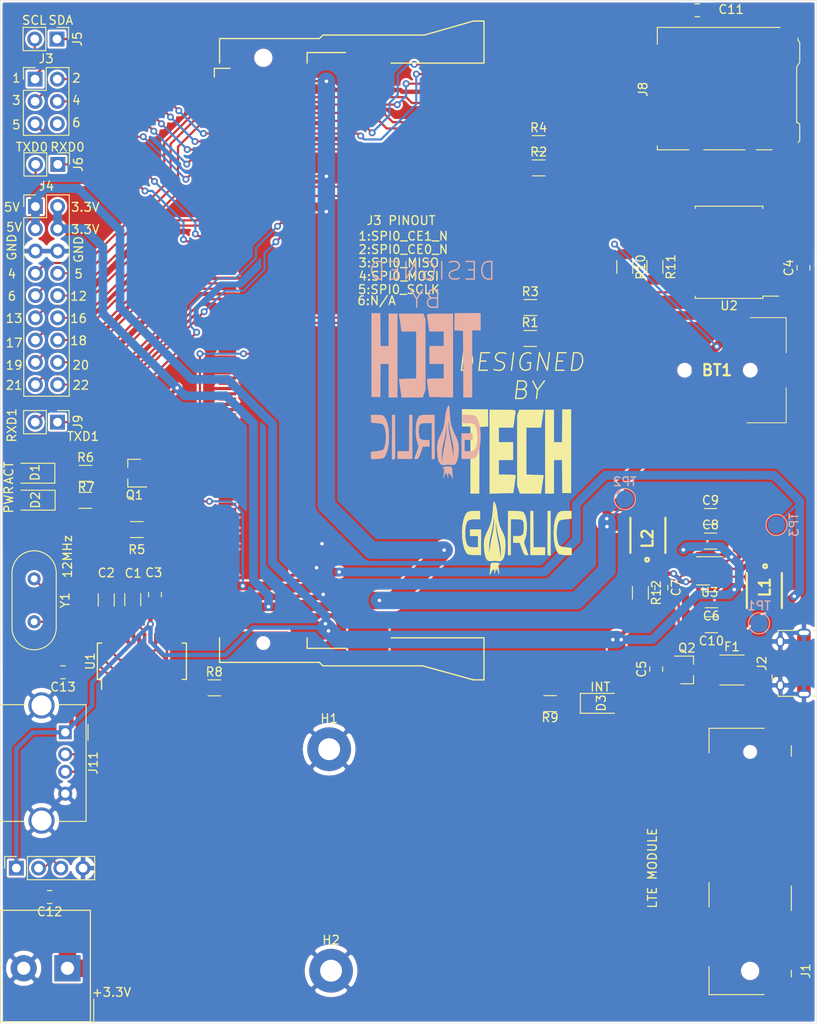
<source format=kicad_pcb>
(kicad_pcb (version 20171130) (host pcbnew "(5.1.10)-1")
  (title_block (title "Compute Moduel 3 Lite I/O Board") (company "TechGarlic Limited") (comment 4 "All credit reserved by TG"))
  (layers (0 F.Cu signal hide) (31 B.Cu signal hide) (34 B.Paste user) (35 F.Paste user) (36 B.SilkS user) (37 F.SilkS user) (38 B.Mask user) (39 F.Mask user) (44 Edge.Cuts user))
  (net 0 "")
  (net 1 GND)
  (net 2 "Net-(BT1-Pad1)")
  (net 3 "Net-(C1-Pad1)")
  (net 4 "Net-(C2-Pad1)")
  (net 5 +5V)
  (net 6 +3V3)
  (net 7 "Net-(C7-Pad1)")
  (net 8 +1V8)
  (net 9 LTE_3V3)
  (net 10 "Net-(D1-Pad1)")
  (net 11 "Net-(D2-Pad1)")
  (net 12 "Net-(D3-Pad1)")
  (net 13 "Net-(D3-Pad2)")
  (net 14 "Net-(F1-Pad1)")
  (net 15 "Net-(F1-Pad2)")
  (net 16 "Net-(J1-Pad51)")
  (net 17 "Net-(J1-Pad49)")
  (net 18 "Net-(J1-Pad48)")
  (net 19 "Net-(J1-Pad47)")
  (net 20 "Net-(J1-Pad46)")
  (net 21 "Net-(J1-Pad45)")
  (net 22 "Net-(J1-Pad44)")
  (net 23 LTE_P)
  (net 24 LTE_N)
  (net 25 "Net-(J1-Pad33)")
  (net 26 "Net-(J1-Pad32)")
  (net 27 "Net-(J1-Pad31)")
  (net 28 "Net-(J1-Pad30)")
  (net 29 "Net-(J1-Pad28)")
  (net 30 "Net-(J1-Pad25)")
  (net 31 "Net-(J1-Pad23)")
  (net 32 "Net-(J1-Pad22)")
  (net 33 "Net-(J1-Pad20)")
  (net 34 "Net-(J1-Pad19)")
  (net 35 "Net-(J1-Pad17)")
  (net 36 "Net-(J1-Pad16)")
  (net 37 "Net-(J1-Pad14)")
  (net 38 "Net-(J1-Pad13)")
  (net 39 "Net-(J1-Pad12)")
  (net 40 "Net-(J1-Pad11)")
  (net 41 "Net-(J1-Pad10)")
  (net 42 "Net-(J1-Pad8)")
  (net 43 "Net-(J1-Pad7)")
  (net 44 "Net-(J1-Pad6)")
  (net 45 "Net-(J1-Pad5)")
  (net 46 "Net-(J1-Pad3)")
  (net 47 "Net-(J1-Pad1)")
  (net 48 "Net-(J2-Pad2)")
  (net 49 "Net-(J2-Pad3)")
  (net 50 "Net-(J2-Pad4)")
  (net 51 SPI0_CE1_N)
  (net 52 SPI0_CE0_N)
  (net 53 SPI0_MISO)
  (net 54 SPI0_MOSI)
  (net 55 SPI0_SCLK)
  (net 56 "Net-(J3-Pad6)")
  (net 57 GPIO4)
  (net 58 GPIO5)
  (net 59 GPIO6)
  (net 60 GPIO12)
  (net 61 GPIO13)
  (net 62 GPIO16)
  (net 63 GPIO17)
  (net 64 GPIO18)
  (net 65 GPIO19)
  (net 66 GPIO20)
  (net 67 GPIO21)
  (net 68 GPIO22)
  (net 69 SDA)
  (net 70 SCL)
  (net 71 RXD0)
  (net 72 TXD0)
  (net 73 SDX_D1)
  (net 74 SDX_D2)
  (net 75 SDX_D3)
  (net 76 SDX_CMD)
  (net 77 SDX_CLK)
  (net 78 SDX_D0)
  (net 79 USB3_P)
  (net 80 USB3_N)
  (net 81 "Net-(L1-Pad1)")
  (net 82 "Net-(L2-Pad1)")
  (net 83 "Net-(MD1-Pad2)")
  (net 84 RTC_SDA)
  (net 85 RTC_SCL)
  (net 86 "Net-(MD1-Pad28)")
  (net 87 "Net-(MD1-Pad30)")
  (net 88 "Net-(MD1-Pad34)")
  (net 89 "Net-(MD1-Pad36)")
  (net 90 "Net-(MD1-Pad52)")
  (net 91 "Net-(MD1-Pad54)")
  (net 92 "Net-(MD1-Pad58)")
  (net 93 "Net-(MD1-Pad60)")
  (net 94 "Net-(MD1-Pad64)")
  (net 95 "Net-(MD1-Pad66)")
  (net 96 "Net-(MD1-Pad70)")
  (net 97 "Net-(MD1-Pad72)")
  (net 98 "Net-(MD1-Pad76)")
  (net 99 "Net-(MD1-Pad77)")
  (net 100 "Net-(MD1-Pad78)")
  (net 101 "Net-(MD1-Pad81)")
  (net 102 "Net-(MD1-Pad82)")
  (net 103 "Net-(MD1-Pad83)")
  (net 104 "Net-(MD1-Pad84)")
  (net 105 "Net-(MD1-Pad87)")
  (net 106 "Net-(MD1-Pad88)")
  (net 107 "Net-(MD1-Pad89)")
  (net 108 EMMC_EN_N_1V8)
  (net 109 "Net-(MD1-Pad93)")
  (net 110 "Net-(MD1-Pad94)")
  (net 111 "Net-(MD1-Pad95)")
  (net 112 "Net-(MD1-Pad96)")
  (net 113 "Net-(MD1-Pad99)")
  (net 114 "Net-(MD1-Pad100)")
  (net 115 "Net-(MD1-Pad101)")
  (net 116 "Net-(MD1-Pad102)")
  (net 117 "Net-(MD1-Pad105)")
  (net 118 "Net-(MD1-Pad106)")
  (net 119 "Net-(MD1-Pad107)")
  (net 120 "Net-(MD1-Pad108)")
  (net 121 "Net-(MD1-Pad111)")
  (net 122 "Net-(MD1-Pad112)")
  (net 123 "Net-(MD1-Pad113)")
  (net 124 "Net-(MD1-Pad114)")
  (net 125 "Net-(MD1-Pad117)")
  (net 126 "Net-(MD1-Pad118)")
  (net 127 "Net-(MD1-Pad119)")
  (net 128 "Net-(MD1-Pad120)")
  (net 129 "Net-(MD1-Pad123)")
  (net 130 "Net-(MD1-Pad124)")
  (net 131 "Net-(MD1-Pad125)")
  (net 132 "Net-(MD1-Pad126)")
  (net 133 "Net-(MD1-Pad128)")
  (net 134 "Net-(MD1-Pad129)")
  (net 135 "Net-(MD1-Pad130)")
  (net 136 "Net-(MD1-Pad131)")
  (net 137 "Net-(MD1-Pad132)")
  (net 138 "Net-(MD1-Pad135)")
  (net 139 "Net-(MD1-Pad136)")
  (net 140 "Net-(MD1-Pad137)")
  (net 141 "Net-(MD1-Pad138)")
  (net 142 "Net-(MD1-Pad141)")
  (net 143 "Net-(MD1-Pad142)")
  (net 144 "Net-(MD1-Pad143)")
  (net 145 "Net-(MD1-Pad144)")
  (net 146 "Net-(MD1-Pad147)")
  (net 147 "Net-(MD1-Pad148)")
  (net 148 "Net-(MD1-Pad149)")
  (net 149 "Net-(MD1-Pad150)")
  (net 150 "Net-(MD1-Pad153)")
  (net 151 "Net-(MD1-Pad154)")
  (net 152 "Net-(MD1-Pad155)")
  (net 153 "Net-(MD1-Pad156)")
  (net 154 "Net-(MD1-Pad158)")
  (net 155 "Net-(MD1-Pad159)")
  (net 156 "Net-(MD1-Pad160)")
  (net 157 "Net-(MD1-Pad161)")
  (net 158 "Net-(MD1-Pad162)")
  (net 159 USB_UP_P)
  (net 160 "Net-(MD1-Pad166)")
  (net 161 USB_UP_N)
  (net 162 "Net-(MD1-Pad171)")
  (net 163 "Net-(MD1-Pad172)")
  (net 164 "Net-(MD1-Pad173)")
  (net 165 "Net-(MD1-Pad174)")
  (net 166 "Net-(MD1-Pad175)")
  (net 167 "Net-(MD1-Pad176)")
  (net 168 "Net-(MD1-Pad177)")
  (net 169 "Net-(MD1-Pad178)")
  (net 170 "Net-(MD1-Pad179)")
  (net 171 "Net-(MD1-Pad180)")
  (net 172 "Net-(Q1-Pad3)")
  (net 173 "Net-(R8-Pad1)")
  (net 174 "Net-(U1-Pad2)")
  (net 175 "Net-(U1-Pad3)")
  (net 176 "Net-(U1-Pad22)")
  (net 177 "Net-(U1-Pad23)")
  (net 178 "Net-(U1-Pad24)")
  (net 179 "Net-(U1-Pad25)")
  (net 180 "Net-(U1-Pad27)")
  (net 181 "Net-(U2-Pad1)")
  (net 182 "Net-(U2-Pad3)")
  (net 183 "Net-(U2-Pad4)")
  (net 184 "Net-(U3-Pad5)")
  (net 185 "Net-(U3-Pad11)")
  (net 186 "Net-(U1-Pad6)")
  (net 187 "Net-(U1-Pad7)")
  (net 188 TXD1)
  (net 189 RXD1)
  (net 190 TP_P)
  (net 191 TP_N)
  (module "graphics:Front layer logo" (layer B.Cu) (at 92.6592 76.708 180)
    (fp_text reference G*** hide)
    (fp_text value LOGO hide)
  )
  (module "graphics:Front layer logo" (layer F.Cu) (at 102.7176 87.6808)
    (fp_text reference G*** hide)
    (fp_text value LOGO hide)
  )
  (module Package_SO:SSOP-28_3.9x9.9mm_P0.635mm (layer F.Cu) (at 60.06 107.2 90)
    (fp_text reference U1 (at 0 -5.9 90) (layer F.SilkS))
    (fp_text value FE1.1s)
    (pad 1 smd rect (at -2.6 -4.1275 90) (size 1.2 0.4) (layers F.Cu F.Paste F.Mask) (net 1 GND))
    (pad 2 smd rect (at -2.6 -3.4925 90) (size 1.2 0.4) (layers F.Cu F.Paste F.Mask) (net 174 "Net-(U1-Pad2)"))
    (pad 3 smd rect (at -2.6 -2.8575 90) (size 1.2 0.4) (layers F.Cu F.Paste F.Mask) (net 175 "Net-(U1-Pad3)"))
    (pad 4 smd rect (at -2.6 -2.2225 90) (size 1.2 0.4) (layers F.Cu F.Paste F.Mask) (net 80 USB3_N))
    (pad 5 smd rect (at -2.6 -1.5875 90) (size 1.2 0.4) (layers F.Cu F.Paste F.Mask) (net 79 USB3_P))
    (pad 6 smd rect (at -2.6 -0.9525 90) (size 1.2 0.4) (layers F.Cu F.Paste F.Mask) (net 186 "Net-(U1-Pad6)"))
    (pad 7 smd rect (at -2.6 -0.3175 90) (size 1.2 0.4) (layers F.Cu F.Paste F.Mask) (net 187 "Net-(U1-Pad7)"))
    (pad 8 smd rect (at -2.6 0.3175 90) (size 1.2 0.4) (layers F.Cu F.Paste F.Mask) (net 191 TP_N))
    (pad 9 smd rect (at -2.6 0.9525 90) (size 1.2 0.4) (layers F.Cu F.Paste F.Mask) (net 190 TP_P))
    (pad 10 smd rect (at -2.6 1.5875 90) (size 1.2 0.4) (layers F.Cu F.Paste F.Mask) (net 24 LTE_N))
    (pad 11 smd rect (at -2.6 2.2225 90) (size 1.2 0.4) (layers F.Cu F.Paste F.Mask) (net 23 LTE_P))
    (pad 12 smd rect (at -2.6 2.8575 90) (size 1.2 0.4) (layers F.Cu F.Paste F.Mask) (net 4 "Net-(C2-Pad1)"))
    (pad 13 smd rect (at -2.6 3.4925 90) (size 1.2 0.4) (layers F.Cu F.Paste F.Mask) (net 3 "Net-(C1-Pad1)"))
    (pad 14 smd rect (at -2.6 4.1275 90) (size 1.2 0.4) (layers F.Cu F.Paste F.Mask) (net 173 "Net-(R8-Pad1)"))
    (pad 15 smd rect (at 2.6 4.1275 90) (size 1.2 0.4) (layers F.Cu F.Paste F.Mask) (net 161 USB_UP_N))
    (pad 16 smd rect (at 2.6 3.4925 90) (size 1.2 0.4) (layers F.Cu F.Paste F.Mask) (net 159 USB_UP_P))
    (pad 17 smd rect (at 2.6 2.8575 90) (size 1.2 0.4) (layers F.Cu F.Paste F.Mask) (net 3 "Net-(C1-Pad1)"))
    (pad 18 smd rect (at 2.6 2.2225 90) (size 1.2 0.4) (layers F.Cu F.Paste F.Mask) (net 3 "Net-(C1-Pad1)"))
    (pad 19 smd rect (at 2.6 1.5875 90) (size 1.2 0.4) (layers F.Cu F.Paste F.Mask) (net 3 "Net-(C1-Pad1)"))
    (pad 20 smd rect (at 2.6 0.9525 90) (size 1.2 0.4) (layers F.Cu F.Paste F.Mask) (net 5 +5V))
    (pad 21 smd rect (at 2.6 0.3175 90) (size 1.2 0.4) (layers F.Cu F.Paste F.Mask) (net 3 "Net-(C1-Pad1)"))
    (pad 22 smd rect (at 2.6 -0.3175 90) (size 1.2 0.4) (layers F.Cu F.Paste F.Mask) (net 176 "Net-(U1-Pad22)"))
    (pad 23 smd rect (at 2.6 -0.9525 90) (size 1.2 0.4) (layers F.Cu F.Paste F.Mask) (net 177 "Net-(U1-Pad23)"))
    (pad 24 smd rect (at 2.6 -1.5875 90) (size 1.2 0.4) (layers F.Cu F.Paste F.Mask) (net 178 "Net-(U1-Pad24)"))
    (pad 25 smd rect (at 2.6 -2.2225 90) (size 1.2 0.4) (layers F.Cu F.Paste F.Mask) (net 179 "Net-(U1-Pad25)"))
    (pad 26 smd rect (at 2.6 -2.8575 90) (size 1.2 0.4) (layers F.Cu F.Paste F.Mask) (net 3 "Net-(C1-Pad1)"))
    (pad 27 smd rect (at 2.6 -3.4925 90) (size 1.2 0.4) (layers F.Cu F.Paste F.Mask) (net 180 "Net-(U1-Pad27)"))
    (pad 28 smd rect (at 2.6 -4.1275 90) (size 1.2 0.4) (layers F.Cu F.Paste F.Mask) (net 4 "Net-(C2-Pad1)"))
  )
  (module Connector_PCBEdge:BUS_PCI_Express_Mini (layer F.Cu) (at 129.54 130.048 90)
    (fp_text reference J1 (at -12.5 6.35 270) (layer F.SilkS))
    (fp_text value Bus_PCI_Express_Mini)
    (pad 52 smd rect (at 11.8 -4.1 90) (size 0.6 2) (layers F.Cu F.Paste F.Mask) (net 9 LTE_3V3))
    (pad 51 smd rect (at 11.4 4.1 90) (size 0.6 2) (layers F.Cu F.Paste F.Mask) (net 16 "Net-(J1-Pad51)"))
    (pad 50 smd rect (at 11 -4.1 90) (size 0.6 2) (layers F.Cu F.Paste F.Mask) (net 1 GND))
    (pad 49 smd rect (at 10.6 4.1 90) (size 0.6 2) (layers F.Cu F.Paste F.Mask) (net 17 "Net-(J1-Pad49)"))
    (pad 48 smd rect (at 10.2 -4.1 90) (size 0.6 2) (layers F.Cu F.Paste F.Mask) (net 18 "Net-(J1-Pad48)"))
    (pad 47 smd rect (at 9.8 4.1 90) (size 0.6 2) (layers F.Cu F.Paste F.Mask) (net 19 "Net-(J1-Pad47)"))
    (pad 46 smd rect (at 9.4 -4.1 90) (size 0.6 2) (layers F.Cu F.Paste F.Mask) (net 20 "Net-(J1-Pad46)"))
    (pad 45 smd rect (at 9 4.1 90) (size 0.6 2) (layers F.Cu F.Paste F.Mask) (net 21 "Net-(J1-Pad45)"))
    (pad 44 smd rect (at 8.6 -4.1 90) (size 0.6 2) (layers F.Cu F.Paste F.Mask) (net 22 "Net-(J1-Pad44)"))
    (pad 43 smd rect (at 8.2 4.1 90) (size 0.6 2) (layers F.Cu F.Paste F.Mask) (net 1 GND))
    (pad 42 smd rect (at 7.8 -4.1 90) (size 0.6 2) (layers F.Cu F.Paste F.Mask) (net 13 "Net-(D3-Pad2)"))
    (pad 41 smd rect (at 7.4 4.1 90) (size 0.6 2) (layers F.Cu F.Paste F.Mask) (net 9 LTE_3V3))
    (pad 40 smd rect (at 7 -4.1 90) (size 0.6 2) (layers F.Cu F.Paste F.Mask) (net 1 GND))
    (pad 39 smd rect (at 6.6 4.1 90) (size 0.6 2) (layers F.Cu F.Paste F.Mask) (net 9 LTE_3V3))
    (pad 38 smd rect (at 6.2 -4.1 90) (size 0.6 2) (layers F.Cu F.Paste F.Mask) (net 23 LTE_P))
    (pad 37 smd rect (at 5.8 4.1 90) (size 0.6 2) (layers F.Cu F.Paste F.Mask) (net 1 GND))
    (pad 36 smd rect (at 5.4 -4.1 90) (size 0.6 2) (layers F.Cu F.Paste F.Mask) (net 24 LTE_N))
    (pad 35 smd rect (at 5 4.1 90) (size 0.6 2) (layers F.Cu F.Paste F.Mask) (net 1 GND))
    (pad 34 smd rect (at 4.6 -4.1 90) (size 0.6 2) (layers F.Cu F.Paste F.Mask) (net 1 GND))
    (pad 33 smd rect (at 4.2 4.1 90) (size 0.6 2) (layers F.Cu F.Paste F.Mask) (net 25 "Net-(J1-Pad33)"))
    (pad 32 smd rect (at 3.8 -4.1 90) (size 0.6 2) (layers F.Cu F.Paste F.Mask) (net 26 "Net-(J1-Pad32)"))
    (pad 31 smd rect (at 3.4 4.1 90) (size 0.6 2) (layers F.Cu F.Paste F.Mask) (net 27 "Net-(J1-Pad31)"))
    (pad 30 smd rect (at 3 -4.1 90) (size 0.6 2) (layers F.Cu F.Paste F.Mask) (net 28 "Net-(J1-Pad30)"))
    (pad 29 smd rect (at 2.6 4.1 90) (size 0.6 2) (layers F.Cu F.Paste F.Mask) (net 1 GND))
    (pad 28 smd rect (at 2.2 -4.1 90) (size 0.6 2) (layers F.Cu F.Paste F.Mask) (net 29 "Net-(J1-Pad28)"))
    (pad 27 smd rect (at 1.8 4.1 90) (size 0.6 2) (layers F.Cu F.Paste F.Mask) (net 1 GND))
    (pad 26 smd rect (at 1.4 -4.1 90) (size 0.6 2) (layers F.Cu F.Paste F.Mask) (net 1 GND))
    (pad 25 smd rect (at 1 4.1 90) (size 0.6 2) (layers F.Cu F.Paste F.Mask) (net 30 "Net-(J1-Pad25)"))
    (pad 24 smd rect (at 0.6 -4.1 90) (size 0.6 2) (layers F.Cu F.Paste F.Mask) (net 9 LTE_3V3))
    (pad 23 smd rect (at 0.2 4.1 90) (size 0.6 2) (layers F.Cu F.Paste F.Mask) (net 31 "Net-(J1-Pad23)"))
    (pad 22 smd rect (at -0.2 -4.1 90) (size 0.6 2) (layers F.Cu F.Paste F.Mask) (net 32 "Net-(J1-Pad22)"))
    (pad 21 smd rect (at -0.6 4.1 90) (size 0.6 2) (layers F.Cu F.Paste F.Mask) (net 1 GND))
    (pad 20 smd rect (at -1 -4.1 90) (size 0.6 2) (layers F.Cu F.Paste F.Mask) (net 33 "Net-(J1-Pad20)"))
    (pad 19 smd rect (at -1.4 4.1 90) (size 0.6 2) (layers F.Cu F.Paste F.Mask) (net 34 "Net-(J1-Pad19)"))
    (pad 18 smd rect (at -1.8 -4.1 90) (size 0.6 2) (layers F.Cu F.Paste F.Mask) (net 1 GND))
    (pad 17 smd rect (at -2.2 4.1 90) (size 0.6 2) (layers F.Cu F.Paste F.Mask) (net 35 "Net-(J1-Pad17)"))
    (pad 16 smd rect (at -5.8 -4.1 90) (size 0.6 2) (layers F.Cu F.Paste F.Mask) (net 36 "Net-(J1-Pad16)"))
    (pad 15 smd rect (at -6.2 4.1 90) (size 0.6 2) (layers F.Cu F.Paste F.Mask) (net 1 GND))
    (pad 14 smd rect (at -6.6 -4.1 90) (size 0.6 2) (layers F.Cu F.Paste F.Mask) (net 37 "Net-(J1-Pad14)"))
    (pad 13 smd rect (at -7 4.1 90) (size 0.6 2) (layers F.Cu F.Paste F.Mask) (net 38 "Net-(J1-Pad13)"))
    (pad 12 smd rect (at -7.4 -4.1 90) (size 0.6 2) (layers F.Cu F.Paste F.Mask) (net 39 "Net-(J1-Pad12)"))
    (pad 11 smd rect (at -7.8 4.1 90) (size 0.6 2) (layers F.Cu F.Paste F.Mask) (net 40 "Net-(J1-Pad11)"))
    (pad 10 smd rect (at -8.2 -4.1 90) (size 0.6 2) (layers F.Cu F.Paste F.Mask) (net 41 "Net-(J1-Pad10)"))
    (pad 9 smd rect (at -8.6 4.1 90) (size 0.6 2) (layers F.Cu F.Paste F.Mask) (net 1 GND))
    (pad 8 smd rect (at -9 -4.1 90) (size 0.6 2) (layers F.Cu F.Paste F.Mask) (net 42 "Net-(J1-Pad8)"))
    (pad 7 smd rect (at -9.4 4.1 90) (size 0.6 2) (layers F.Cu F.Paste F.Mask) (net 43 "Net-(J1-Pad7)"))
    (pad 6 smd rect (at -9.8 -4.1 90) (size 0.6 2) (layers F.Cu F.Paste F.Mask) (net 44 "Net-(J1-Pad6)"))
    (pad 5 smd rect (at -10.2 4.1 90) (size 0.6 2) (layers F.Cu F.Paste F.Mask) (net 45 "Net-(J1-Pad5)"))
    (pad 4 smd rect (at -10.6 -4.1 90) (size 0.6 2) (layers F.Cu F.Paste F.Mask) (net 1 GND))
    (pad 3 smd rect (at -11 4.1 90) (size 0.6 2) (layers F.Cu F.Paste F.Mask) (net 46 "Net-(J1-Pad3)"))
    (pad 2 smd rect (at -11.4 -4.1 90) (size 0.6 2) (layers F.Cu F.Paste F.Mask) (net 9 LTE_3V3))
    (pad 1 smd rect (at -11.8 4.1 90) (size 0.6 2) (layers F.Cu F.Paste F.Mask) (net 47 "Net-(J1-Pad1)"))
    (pad MP smd rect (at 14.65 3.5 90) (size 2.3 3.2) (layers F.Cu F.Paste F.Mask) (net 1 GND))
    (pad MP smd rect (at -14.65 3.5 90) (size 2.3 3.2) (layers F.Cu F.Paste F.Mask) (net 1 GND))
    (pad "" np_thru_hole circle (at -12.5 0 90) (size 1.6 1.6) (drill 1.6) (layers *.Cu *.Mask))
    (pad "" np_thru_hole circle (at 12.5 0 90) (size 1.1 1.1) (drill 1.1) (layers *.Cu *.Mask))
  )
  (module Capacitor_SMD:C_0805_2012Metric (layer F.Cu) (at 49.53 134.112 180)
    (fp_text reference C12 (at 0 -1.68) (layer F.SilkS))
    (fp_text value 100nF)
    (pad 1 smd roundrect (at -0.95 0 180) (size 1 1.45) (layers F.Cu F.Paste F.Mask) (net 9 LTE_3V3))
    (pad 2 smd roundrect (at 0.95 0 180) (size 1 1.45) (layers F.Cu F.Paste F.Mask) (net 1 GND))
  )
  (module Conn_TE-DDR2-SODIMM:Conn_TE-DDR2-SODIMM-0.6-200P-doublesided (layer F.Cu) (at 73.935001 71.725001)
    (fp_text reference MD1)
    (fp_text value Board_RPi_CM3lite_200pConnector_multipart)
    (pad 41 smd rect (at -4.1 -16.05) (size 2 0.35) (layers F.Cu F.Paste F.Mask) (net 6 +3V3))
    (pad 1 smd rect (at -4.1 -31.65) (size 2 0.35) (layers F.Cu F.Paste F.Mask) (net 1 GND))
    (pad "" np_thru_hole circle (at 0 33.4) (size 1.1 1.1) (drill 1.1) (layers *.Cu))
    (pad "" np_thru_hole circle (at 0 -33.4) (size 1.6 1.6) (drill 1.6) (layers *.Cu))
    (pad "" smd rect (at 12 -32.55) (size 4.6 4.5) (layers F.Cu F.Paste F.Mask))
    (pad "" smd rect (at 12 32.55) (size 4.6 4.5) (layers F.Cu F.Paste F.Mask))
    (pad 2 smd rect (at 4.099999 -31.35) (size 2 0.35) (layers F.Cu F.Paste F.Mask) (net 83 "Net-(MD1-Pad2)"))
    (pad 3 smd rect (at -4.1 -31.05) (size 2 0.35) (layers F.Cu F.Paste F.Mask) (net 84 RTC_SDA))
    (pad 4 smd rect (at 4.099999 -30.75) (size 2 0.35) (layers F.Cu F.Paste F.Mask) (net 6 +3V3))
    (pad 5 smd rect (at -4.1 -30.45) (size 2 0.35) (layers F.Cu F.Paste F.Mask) (net 85 RTC_SCL))
    (pad 6 smd rect (at 4.099999 -30.15) (size 2 0.35) (layers F.Cu F.Paste F.Mask) (net 6 +3V3))
    (pad 7 smd rect (at -4.1 -29.85) (size 2 0.35) (layers F.Cu F.Paste F.Mask) (net 1 GND))
    (pad 8 smd rect (at 4.099999 -29.55) (size 2 0.35) (layers F.Cu F.Paste F.Mask) (net 1 GND))
    (pad 9 smd rect (at -4.1 -29.25) (size 2 0.35) (layers F.Cu F.Paste F.Mask) (net 69 SDA))
    (pad 10 smd rect (at 4.099999 -28.95) (size 2 0.35) (layers F.Cu F.Paste F.Mask) (net 77 SDX_CLK))
    (pad 11 smd rect (at -4.1 -28.65) (size 2 0.35) (layers F.Cu F.Paste F.Mask) (net 70 SCL))
    (pad 12 smd rect (at 4.099999 -28.35) (size 2 0.35) (layers F.Cu F.Paste F.Mask) (net 76 SDX_CMD))
    (pad 13 smd rect (at -4.1 -28.05) (size 2 0.35) (layers F.Cu F.Paste F.Mask) (net 1 GND))
    (pad 14 smd rect (at 4.099999 -27.75) (size 2 0.35) (layers F.Cu F.Paste F.Mask) (net 1 GND))
    (pad 15 smd rect (at -4.1 -27.45) (size 2 0.35) (layers F.Cu F.Paste F.Mask) (net 57 GPIO4))
    (pad 16 smd rect (at 4.099999 -27.15) (size 2 0.35) (layers F.Cu F.Paste F.Mask) (net 78 SDX_D0))
    (pad 17 smd rect (at -4.1 -26.85) (size 2 0.35) (layers F.Cu F.Paste F.Mask) (net 58 GPIO5))
    (pad 18 smd rect (at 4.099999 -26.55) (size 2 0.35) (layers F.Cu F.Paste F.Mask) (net 73 SDX_D1))
    (pad 19 smd rect (at -4.1 -26.25) (size 2 0.35) (layers F.Cu F.Paste F.Mask) (net 1 GND))
    (pad 20 smd rect (at 4.099999 -25.95) (size 2 0.35) (layers F.Cu F.Paste F.Mask) (net 1 GND))
    (pad 21 smd rect (at -4.1 -25.65) (size 2 0.35) (layers F.Cu F.Paste F.Mask) (net 59 GPIO6))
    (pad 22 smd rect (at 4.099999 -25.35) (size 2 0.35) (layers F.Cu F.Paste F.Mask) (net 74 SDX_D2))
    (pad 23 smd rect (at -4.1 -25.05) (size 2 0.35) (layers F.Cu F.Paste F.Mask) (net 51 SPI0_CE1_N))
    (pad 24 smd rect (at 4.099999 -24.75) (size 2 0.35) (layers F.Cu F.Paste F.Mask) (net 75 SDX_D3))
    (pad 25 smd rect (at -4.1 -24.45) (size 2 0.35) (layers F.Cu F.Paste F.Mask) (net 1 GND))
    (pad 26 smd rect (at 4.099999 -24.15) (size 2 0.35) (layers F.Cu F.Paste F.Mask) (net 1 GND))
    (pad 27 smd rect (at -4.1 -23.85) (size 2 0.35) (layers F.Cu F.Paste F.Mask) (net 52 SPI0_CE0_N))
    (pad 28 smd rect (at 4.099999 -23.55) (size 2 0.35) (layers F.Cu F.Paste F.Mask) (net 86 "Net-(MD1-Pad28)"))
    (pad 29 smd rect (at -4.1 -23.25) (size 2 0.35) (layers F.Cu F.Paste F.Mask) (net 53 SPI0_MISO))
    (pad 30 smd rect (at 4.099999 -22.95) (size 2 0.35) (layers F.Cu F.Paste F.Mask) (net 87 "Net-(MD1-Pad30)"))
    (pad 31 smd rect (at -4.1 -22.65) (size 2 0.35) (layers F.Cu F.Paste F.Mask) (net 1 GND))
    (pad 32 smd rect (at 4.099999 -22.35) (size 2 0.35) (layers F.Cu F.Paste F.Mask) (net 1 GND))
    (pad 33 smd rect (at -4.1 -22.05) (size 2 0.35) (layers F.Cu F.Paste F.Mask) (net 54 SPI0_MOSI))
    (pad 34 smd rect (at 4.099999 -21.75) (size 2 0.35) (layers F.Cu F.Paste F.Mask) (net 88 "Net-(MD1-Pad34)"))
    (pad 35 smd rect (at -4.1 -21.45) (size 2 0.35) (layers F.Cu F.Paste F.Mask) (net 55 SPI0_SCLK))
    (pad 36 smd rect (at 4.099999 -21.15) (size 2 0.35) (layers F.Cu F.Paste F.Mask) (net 89 "Net-(MD1-Pad36)"))
    (pad 37 smd rect (at -4.1 -20.85) (size 2 0.35) (layers F.Cu F.Paste F.Mask) (net 1 GND))
    (pad 38 smd rect (at 4.099999 -20.55) (size 2 0.35) (layers F.Cu F.Paste F.Mask) (net 1 GND))
    (pad 39 smd rect (at -4.1 -20.25) (size 2 0.35) (layers F.Cu F.Paste F.Mask) (net 6 +3V3))
    (pad 40 smd rect (at 4.099999 -19.95) (size 2 0.35) (layers F.Cu F.Paste F.Mask) (net 6 +3V3))
    (pad 42 smd rect (at 4.099999 -15.75) (size 2 0.35) (layers F.Cu F.Paste F.Mask) (net 6 +3V3))
    (pad 43 smd rect (at -4.1 -15.45) (size 2 0.35) (layers F.Cu F.Paste F.Mask) (net 1 GND))
    (pad 44 smd rect (at 4.099999 -15.15) (size 2 0.35) (layers F.Cu F.Paste F.Mask) (net 1 GND))
    (pad 45 smd rect (at -4.1 -14.85) (size 2 0.35) (layers F.Cu F.Paste F.Mask) (net 60 GPIO12))
    (pad 46 smd rect (at 4.099999 -14.55) (size 2 0.35) (layers F.Cu F.Paste F.Mask) (net 188 TXD1))
    (pad 47 smd rect (at -4.1 -14.25) (size 2 0.35) (layers F.Cu F.Paste F.Mask) (net 61 GPIO13))
    (pad 48 smd rect (at 4.099999 -13.95) (size 2 0.35) (layers F.Cu F.Paste F.Mask) (net 189 RXD1))
    (pad 49 smd rect (at -4.1 -13.65) (size 2 0.35) (layers F.Cu F.Paste F.Mask) (net 1 GND))
    (pad 50 smd rect (at 4.099999 -13.35) (size 2 0.35) (layers F.Cu F.Paste F.Mask) (net 1 GND))
    (pad 51 smd rect (at -4.1 -13.05) (size 2 0.35) (layers F.Cu F.Paste F.Mask) (net 72 TXD0))
    (pad 52 smd rect (at 4.099999 -12.75) (size 2 0.35) (layers F.Cu F.Paste F.Mask) (net 90 "Net-(MD1-Pad52)"))
    (pad 53 smd rect (at -4.1 -12.45) (size 2 0.35) (layers F.Cu F.Paste F.Mask) (net 71 RXD0))
    (pad 54 smd rect (at 4.099999 -12.15) (size 2 0.35) (layers F.Cu F.Paste F.Mask) (net 91 "Net-(MD1-Pad54)"))
    (pad 55 smd rect (at -4.1 -11.85) (size 2 0.35) (layers F.Cu F.Paste F.Mask) (net 1 GND))
    (pad 56 smd rect (at 4.099999 -11.55) (size 2 0.35) (layers F.Cu F.Paste F.Mask) (net 1 GND))
    (pad 57 smd rect (at -4.1 -11.25) (size 2 0.35) (layers F.Cu F.Paste F.Mask) (net 62 GPIO16))
    (pad 58 smd rect (at 4.099999 -10.95) (size 2 0.35) (layers F.Cu F.Paste F.Mask) (net 92 "Net-(MD1-Pad58)"))
    (pad 59 smd rect (at -4.1 -10.65) (size 2 0.35) (layers F.Cu F.Paste F.Mask) (net 63 GPIO17))
    (pad 60 smd rect (at 4.099999 -10.35) (size 2 0.35) (layers F.Cu F.Paste F.Mask) (net 93 "Net-(MD1-Pad60)"))
    (pad 61 smd rect (at -4.1 -10.05) (size 2 0.35) (layers F.Cu F.Paste F.Mask) (net 1 GND))
    (pad 62 smd rect (at 4.099999 -9.75) (size 2 0.35) (layers F.Cu F.Paste F.Mask) (net 1 GND))
    (pad 63 smd rect (at -4.1 -9.45) (size 2 0.35) (layers F.Cu F.Paste F.Mask) (net 64 GPIO18))
    (pad 64 smd rect (at 4.099999 -9.15) (size 2 0.35) (layers F.Cu F.Paste F.Mask) (net 94 "Net-(MD1-Pad64)"))
    (pad 65 smd rect (at -4.1 -8.85) (size 2 0.35) (layers F.Cu F.Paste F.Mask) (net 65 GPIO19))
    (pad 66 smd rect (at 4.099999 -8.55) (size 2 0.35) (layers F.Cu F.Paste F.Mask) (net 95 "Net-(MD1-Pad66)"))
    (pad 67 smd rect (at -4.1 -8.25) (size 2 0.35) (layers F.Cu F.Paste F.Mask) (net 1 GND))
    (pad 68 smd rect (at 4.099999 -7.95) (size 2 0.35) (layers F.Cu F.Paste F.Mask) (net 1 GND))
    (pad 69 smd rect (at -4.1 -7.65) (size 2 0.35) (layers F.Cu F.Paste F.Mask) (net 66 GPIO20))
    (pad 70 smd rect (at 4.099999 -7.35) (size 2 0.35) (layers F.Cu F.Paste F.Mask) (net 96 "Net-(MD1-Pad70)"))
    (pad 71 smd rect (at -4.1 -7.05) (size 2 0.35) (layers F.Cu F.Paste F.Mask) (net 67 GPIO21))
    (pad 72 smd rect (at 4.099999 -6.75) (size 2 0.35) (layers F.Cu F.Paste F.Mask) (net 97 "Net-(MD1-Pad72)"))
    (pad 73 smd rect (at -4.1 -6.45) (size 2 0.35) (layers F.Cu F.Paste F.Mask) (net 1 GND))
    (pad 74 smd rect (at 4.099999 -6.15) (size 2 0.35) (layers F.Cu F.Paste F.Mask) (net 1 GND))
    (pad 75 smd rect (at -4.1 -5.85) (size 2 0.35) (layers F.Cu F.Paste F.Mask) (net 68 GPIO22))
    (pad 76 smd rect (at 4.099999 -5.55) (size 2 0.35) (layers F.Cu F.Paste F.Mask) (net 98 "Net-(MD1-Pad76)"))
    (pad 77 smd rect (at -4.1 -5.25) (size 2 0.35) (layers F.Cu F.Paste F.Mask) (net 99 "Net-(MD1-Pad77)"))
    (pad 78 smd rect (at 4.099999 -4.95) (size 2 0.35) (layers F.Cu F.Paste F.Mask) (net 100 "Net-(MD1-Pad78)"))
    (pad 79 smd rect (at -4.1 -4.65) (size 2 0.35) (layers F.Cu F.Paste F.Mask) (net 1 GND))
    (pad 80 smd rect (at 4.099999 -4.35) (size 2 0.35) (layers F.Cu F.Paste F.Mask) (net 1 GND))
    (pad 81 smd rect (at -4.1 -4.05) (size 2 0.35) (layers F.Cu F.Paste F.Mask) (net 101 "Net-(MD1-Pad81)"))
    (pad 82 smd rect (at 4.099999 -3.75) (size 2 0.35) (layers F.Cu F.Paste F.Mask) (net 102 "Net-(MD1-Pad82)"))
    (pad 83 smd rect (at -4.1 -3.45) (size 2 0.35) (layers F.Cu F.Paste F.Mask) (net 103 "Net-(MD1-Pad83)"))
    (pad 84 smd rect (at 4.099999 -3.15) (size 2 0.35) (layers F.Cu F.Paste F.Mask) (net 104 "Net-(MD1-Pad84)"))
    (pad 85 smd rect (at -4.1 -2.85) (size 2 0.35) (layers F.Cu F.Paste F.Mask) (net 1 GND))
    (pad 86 smd rect (at 4.099999 -2.55) (size 2 0.35) (layers F.Cu F.Paste F.Mask) (net 1 GND))
    (pad 87 smd rect (at -4.1 -2.25) (size 2 0.35) (layers F.Cu F.Paste F.Mask) (net 105 "Net-(MD1-Pad87)"))
    (pad 88 smd rect (at 4.099999 -1.95) (size 2 0.35) (layers F.Cu F.Paste F.Mask) (net 106 "Net-(MD1-Pad88)"))
    (pad 89 smd rect (at -4.1 -1.65) (size 2 0.35) (layers F.Cu F.Paste F.Mask) (net 107 "Net-(MD1-Pad89)"))
    (pad 90 smd rect (at 4.099999 -1.35) (size 2 0.35) (layers F.Cu F.Paste F.Mask) (net 108 EMMC_EN_N_1V8))
    (pad 91 smd rect (at -4.1 -1.05) (size 2 0.35) (layers F.Cu F.Paste F.Mask) (net 1 GND))
    (pad 92 smd rect (at 4.099999 -0.75) (size 2 0.35) (layers F.Cu F.Paste F.Mask) (net 1 GND))
    (pad 93 smd rect (at -4.1 -0.45) (size 2 0.35) (layers F.Cu F.Paste F.Mask) (net 109 "Net-(MD1-Pad93)"))
    (pad 94 smd rect (at 4.099999 -0.15) (size 2 0.35) (layers F.Cu F.Paste F.Mask) (net 110 "Net-(MD1-Pad94)"))
    (pad 95 smd rect (at -4.1 0.15) (size 2 0.35) (layers F.Cu F.Paste F.Mask) (net 111 "Net-(MD1-Pad95)"))
    (pad 96 smd rect (at 4.099999 0.45) (size 2 0.35) (layers F.Cu F.Paste F.Mask) (net 112 "Net-(MD1-Pad96)"))
    (pad 97 smd rect (at -4.1 0.75) (size 2 0.35) (layers F.Cu F.Paste F.Mask) (net 1 GND))
    (pad 98 smd rect (at 4.099999 1.05) (size 2 0.35) (layers F.Cu F.Paste F.Mask) (net 1 GND))
    (pad 99 smd rect (at -4.1 1.35) (size 2 0.35) (layers F.Cu F.Paste F.Mask) (net 113 "Net-(MD1-Pad99)"))
    (pad 100 smd rect (at 4.099999 1.65) (size 2 0.35) (layers F.Cu F.Paste F.Mask) (net 114 "Net-(MD1-Pad100)"))
    (pad 101 smd rect (at -4.1 1.95) (size 2 0.35) (layers F.Cu F.Paste F.Mask) (net 115 "Net-(MD1-Pad101)"))
    (pad 102 smd rect (at 4.099999 2.25) (size 2 0.35) (layers F.Cu F.Paste F.Mask) (net 116 "Net-(MD1-Pad102)"))
    (pad 103 smd rect (at -4.1 2.55) (size 2 0.35) (layers F.Cu F.Paste F.Mask) (net 1 GND))
    (pad 104 smd rect (at 4.099999 2.85) (size 2 0.35) (layers F.Cu F.Paste F.Mask) (net 1 GND))
    (pad 105 smd rect (at -4.1 3.15) (size 2 0.35) (layers F.Cu F.Paste F.Mask) (net 117 "Net-(MD1-Pad105)"))
    (pad 106 smd rect (at 4.099999 3.45) (size 2 0.35) (layers F.Cu F.Paste F.Mask) (net 118 "Net-(MD1-Pad106)"))
    (pad 107 smd rect (at -4.1 3.75) (size 2 0.35) (layers F.Cu F.Paste F.Mask) (net 119 "Net-(MD1-Pad107)"))
    (pad 108 smd rect (at 4.099999 4.05) (size 2 0.35) (layers F.Cu F.Paste F.Mask) (net 120 "Net-(MD1-Pad108)"))
    (pad 109 smd rect (at -4.1 4.35) (size 2 0.35) (layers F.Cu F.Paste F.Mask) (net 1 GND))
    (pad 110 smd rect (at 4.099999 4.65) (size 2 0.35) (layers F.Cu F.Paste F.Mask) (net 1 GND))
    (pad 111 smd rect (at -4.1 4.95) (size 2 0.35) (layers F.Cu F.Paste F.Mask) (net 121 "Net-(MD1-Pad111)"))
    (pad 112 smd rect (at 4.099999 5.25) (size 2 0.35) (layers F.Cu F.Paste F.Mask) (net 122 "Net-(MD1-Pad112)"))
    (pad 113 smd rect (at -4.1 5.55) (size 2 0.35) (layers F.Cu F.Paste F.Mask) (net 123 "Net-(MD1-Pad113)"))
    (pad 114 smd rect (at 4.099999 5.85) (size 2 0.35) (layers F.Cu F.Paste F.Mask) (net 124 "Net-(MD1-Pad114)"))
    (pad 115 smd rect (at -4.1 6.15) (size 2 0.35) (layers F.Cu F.Paste F.Mask) (net 1 GND))
    (pad 116 smd rect (at 4.099999 6.45) (size 2 0.35) (layers F.Cu F.Paste F.Mask) (net 1 GND))
    (pad 117 smd rect (at -4.1 6.75) (size 2 0.35) (layers F.Cu F.Paste F.Mask) (net 125 "Net-(MD1-Pad117)"))
    (pad 118 smd rect (at 4.099999 7.05) (size 2 0.35) (layers F.Cu F.Paste F.Mask) (net 126 "Net-(MD1-Pad118)"))
    (pad 119 smd rect (at -4.1 7.35) (size 2 0.35) (layers F.Cu F.Paste F.Mask) (net 127 "Net-(MD1-Pad119)"))
    (pad 120 smd rect (at 4.099999 7.65) (size 2 0.35) (layers F.Cu F.Paste F.Mask) (net 128 "Net-(MD1-Pad120)"))
    (pad 121 smd rect (at -4.1 7.95) (size 2 0.35) (layers F.Cu F.Paste F.Mask) (net 1 GND))
    (pad 122 smd rect (at 4.099999 8.25) (size 2 0.35) (layers F.Cu F.Paste F.Mask) (net 1 GND))
    (pad 123 smd rect (at -4.1 8.55) (size 2 0.35) (layers F.Cu F.Paste F.Mask) (net 129 "Net-(MD1-Pad123)"))
    (pad 124 smd rect (at 4.099999 8.85) (size 2 0.35) (layers F.Cu F.Paste F.Mask) (net 130 "Net-(MD1-Pad124)"))
    (pad 125 smd rect (at -4.1 9.15) (size 2 0.35) (layers F.Cu F.Paste F.Mask) (net 131 "Net-(MD1-Pad125)"))
    (pad 126 smd rect (at 4.099999 9.45) (size 2 0.35) (layers F.Cu F.Paste F.Mask) (net 132 "Net-(MD1-Pad126)"))
    (pad 127 smd rect (at -4.1 9.75) (size 2 0.35) (layers F.Cu F.Paste F.Mask) (net 1 GND))
    (pad 128 smd rect (at 4.099999 10.05) (size 2 0.35) (layers F.Cu F.Paste F.Mask) (net 133 "Net-(MD1-Pad128)"))
    (pad 129 smd rect (at -4.1 10.35) (size 2 0.35) (layers F.Cu F.Paste F.Mask) (net 134 "Net-(MD1-Pad129)"))
    (pad 130 smd rect (at 4.099999 10.65) (size 2 0.35) (layers F.Cu F.Paste F.Mask) (net 135 "Net-(MD1-Pad130)"))
    (pad 131 smd rect (at -4.1 10.95) (size 2 0.35) (layers F.Cu F.Paste F.Mask) (net 136 "Net-(MD1-Pad131)"))
    (pad 132 smd rect (at 4.099999 11.25) (size 2 0.35) (layers F.Cu F.Paste F.Mask) (net 137 "Net-(MD1-Pad132)"))
    (pad 133 smd rect (at -4.1 11.55) (size 2 0.35) (layers F.Cu F.Paste F.Mask) (net 1 GND))
    (pad 134 smd rect (at 4.099999 11.85) (size 2 0.35) (layers F.Cu F.Paste F.Mask) (net 1 GND))
    (pad 135 smd rect (at -4.1 12.15) (size 2 0.35) (layers F.Cu F.Paste F.Mask) (net 138 "Net-(MD1-Pad135)"))
    (pad 136 smd rect (at 4.099999 12.45) (size 2 0.35) (layers F.Cu F.Paste F.Mask) (net 139 "Net-(MD1-Pad136)"))
    (pad 137 smd rect (at -4.1 12.75) (size 2 0.35) (layers F.Cu F.Paste F.Mask) (net 140 "Net-(MD1-Pad137)"))
    (pad 138 smd rect (at 4.099999 13.05) (size 2 0.35) (layers F.Cu F.Paste F.Mask) (net 141 "Net-(MD1-Pad138)"))
    (pad 139 smd rect (at -4.1 13.35) (size 2 0.35) (layers F.Cu F.Paste F.Mask) (net 1 GND))
    (pad 140 smd rect (at 4.099999 13.65) (size 2 0.35) (layers F.Cu F.Paste F.Mask) (net 1 GND))
    (pad 141 smd rect (at -4.1 13.95) (size 2 0.35) (layers F.Cu F.Paste F.Mask) (net 142 "Net-(MD1-Pad141)"))
    (pad 142 smd rect (at 4.099999 14.25) (size 2 0.35) (layers F.Cu F.Paste F.Mask) (net 143 "Net-(MD1-Pad142)"))
    (pad 143 smd rect (at -4.1 14.55) (size 2 0.35) (layers F.Cu F.Paste F.Mask) (net 144 "Net-(MD1-Pad143)"))
    (pad 144 smd rect (at 4.099999 14.85) (size 2 0.35) (layers F.Cu F.Paste F.Mask) (net 145 "Net-(MD1-Pad144)"))
    (pad 145 smd rect (at -4.1 15.15) (size 2 0.35) (layers F.Cu F.Paste F.Mask) (net 1 GND))
    (pad 146 smd rect (at 4.099999 15.45) (size 2 0.35) (layers F.Cu F.Paste F.Mask) (net 1 GND))
    (pad 147 smd rect (at -4.1 15.75) (size 2 0.35) (layers F.Cu F.Paste F.Mask) (net 146 "Net-(MD1-Pad147)"))
    (pad 148 smd rect (at 4.099999 16.05) (size 2 0.35) (layers F.Cu F.Paste F.Mask) (net 147 "Net-(MD1-Pad148)"))
    (pad 149 smd rect (at -4.1 16.35) (size 2 0.35) (layers F.Cu F.Paste F.Mask) (net 148 "Net-(MD1-Pad149)"))
    (pad 150 smd rect (at 4.099999 16.65) (size 2 0.35) (layers F.Cu F.Paste F.Mask) (net 149 "Net-(MD1-Pad150)"))
    (pad 151 smd rect (at -4.1 16.95) (size 2 0.35) (layers F.Cu F.Paste F.Mask) (net 1 GND))
    (pad 152 smd rect (at 4.099999 17.25) (size 2 0.35) (layers F.Cu F.Paste F.Mask) (net 1 GND))
    (pad 153 smd rect (at -4.1 17.55) (size 2 0.35) (layers F.Cu F.Paste F.Mask) (net 150 "Net-(MD1-Pad153)"))
    (pad 154 smd rect (at 4.099999 17.85) (size 2 0.35) (layers F.Cu F.Paste F.Mask) (net 151 "Net-(MD1-Pad154)"))
    (pad 155 smd rect (at -4.1 18.15) (size 2 0.35) (layers F.Cu F.Paste F.Mask) (net 152 "Net-(MD1-Pad155)"))
    (pad 156 smd rect (at 4.099999 18.45) (size 2 0.35) (layers F.Cu F.Paste F.Mask) (net 153 "Net-(MD1-Pad156)"))
    (pad 157 smd rect (at -4.1 18.75) (size 2 0.35) (layers F.Cu F.Paste F.Mask) (net 1 GND))
    (pad 158 smd rect (at 4.099999 19.05) (size 2 0.35) (layers F.Cu F.Paste F.Mask) (net 154 "Net-(MD1-Pad158)"))
    (pad 159 smd rect (at -4.1 19.35) (size 2 0.35) (layers F.Cu F.Paste F.Mask) (net 155 "Net-(MD1-Pad159)"))
    (pad 160 smd rect (at 4.099999 19.65) (size 2 0.35) (layers F.Cu F.Paste F.Mask) (net 156 "Net-(MD1-Pad160)"))
    (pad 161 smd rect (at -4.1 19.95) (size 2 0.35) (layers F.Cu F.Paste F.Mask) (net 157 "Net-(MD1-Pad161)"))
    (pad 162 smd rect (at 4.099999 20.25) (size 2 0.35) (layers F.Cu F.Paste F.Mask) (net 158 "Net-(MD1-Pad162)"))
    (pad 163 smd rect (at -4.1 20.55) (size 2 0.35) (layers F.Cu F.Paste F.Mask) (net 1 GND))
    (pad 164 smd rect (at 4.099999 20.85) (size 2 0.35) (layers F.Cu F.Paste F.Mask) (net 1 GND))
    (pad 165 smd rect (at -4.1 21.15) (size 2 0.35) (layers F.Cu F.Paste F.Mask) (net 159 USB_UP_P))
    (pad 166 smd rect (at 4.099999 21.45) (size 2 0.35) (layers F.Cu F.Paste F.Mask) (net 160 "Net-(MD1-Pad166)"))
    (pad 167 smd rect (at -4.1 21.75) (size 2 0.35) (layers F.Cu F.Paste F.Mask) (net 161 USB_UP_N))
    (pad 168 smd rect (at 4.099999 22.05) (size 2 0.35) (layers F.Cu F.Paste F.Mask) (net 1 GND))
    (pad 169 smd rect (at -4.1 22.35) (size 2 0.35) (layers F.Cu F.Paste F.Mask) (net 1 GND))
    (pad 170 smd rect (at 4.099999 22.65) (size 2 0.35) (layers F.Cu F.Paste F.Mask) (net 1 GND))
    (pad 171 smd rect (at -4.1 22.95) (size 2 0.35) (layers F.Cu F.Paste F.Mask) (net 162 "Net-(MD1-Pad171)"))
    (pad 172 smd rect (at 4.099999 23.25) (size 2 0.35) (layers F.Cu F.Paste F.Mask) (net 163 "Net-(MD1-Pad172)"))
    (pad 173 smd rect (at -4.1 23.55) (size 2 0.35) (layers F.Cu F.Paste F.Mask) (net 164 "Net-(MD1-Pad173)"))
    (pad 174 smd rect (at 4.099999 23.85) (size 2 0.35) (layers F.Cu F.Paste F.Mask) (net 165 "Net-(MD1-Pad174)"))
    (pad 175 smd rect (at -4.1 24.15) (size 2 0.35) (layers F.Cu F.Paste F.Mask) (net 166 "Net-(MD1-Pad175)"))
    (pad 176 smd rect (at 4.099999 24.45) (size 2 0.35) (layers F.Cu F.Paste F.Mask) (net 167 "Net-(MD1-Pad176)"))
    (pad 177 smd rect (at -4.1 24.75) (size 2 0.35) (layers F.Cu F.Paste F.Mask) (net 168 "Net-(MD1-Pad177)"))
    (pad 178 smd rect (at 4.099999 25.05) (size 2 0.35) (layers F.Cu F.Paste F.Mask) (net 169 "Net-(MD1-Pad178)"))
    (pad 179 smd rect (at -4.1 25.35) (size 2 0.35) (layers F.Cu F.Paste F.Mask) (net 170 "Net-(MD1-Pad179)"))
    (pad 180 smd rect (at 4.099999 25.65) (size 2 0.35) (layers F.Cu F.Paste F.Mask) (net 171 "Net-(MD1-Pad180)"))
    (pad 181 smd rect (at -4.1 25.95) (size 2 0.35) (layers F.Cu F.Paste F.Mask) (net 1 GND))
    (pad 182 smd rect (at 4.099999 26.25) (size 2 0.35) (layers F.Cu F.Paste F.Mask) (net 1 GND))
    (pad 183 smd rect (at -4.1 26.55) (size 2 0.35) (layers F.Cu F.Paste F.Mask) (net 8 +1V8))
    (pad 184 smd rect (at 4.099999 26.85) (size 2 0.35) (layers F.Cu F.Paste F.Mask) (net 8 +1V8))
    (pad 185 smd rect (at -4.1 27.15) (size 2 0.35) (layers F.Cu F.Paste F.Mask) (net 8 +1V8))
    (pad 186 smd rect (at 4.099999 27.45) (size 2 0.35) (layers F.Cu F.Paste F.Mask) (net 8 +1V8))
    (pad 187 smd rect (at -4.1 27.75) (size 2 0.35) (layers F.Cu F.Paste F.Mask) (net 1 GND))
    (pad 188 smd rect (at 4.099999 28.05) (size 2 0.35) (layers F.Cu F.Paste F.Mask) (net 1 GND))
    (pad 189 smd rect (at -4.1 28.35) (size 2 0.35) (layers F.Cu F.Paste F.Mask) (net 6 +3V3))
    (pad 190 smd rect (at 4.099999 28.65) (size 2 0.35) (layers F.Cu F.Paste F.Mask) (net 6 +3V3))
    (pad 191 smd rect (at -4.1 28.95) (size 2 0.35) (layers F.Cu F.Paste F.Mask) (net 6 +3V3))
    (pad 192 smd rect (at 4.099999 29.25) (size 2 0.35) (layers F.Cu F.Paste F.Mask) (net 6 +3V3))
    (pad 193 smd rect (at -4.1 29.55) (size 2 0.35) (layers F.Cu F.Paste F.Mask) (net 6 +3V3))
    (pad 194 smd rect (at 4.099999 29.85) (size 2 0.35) (layers F.Cu F.Paste F.Mask) (net 6 +3V3))
    (pad 195 smd rect (at -4.1 30.15) (size 2 0.35) (layers F.Cu F.Paste F.Mask) (net 1 GND))
    (pad 196 smd rect (at 4.099999 30.45) (size 2 0.35) (layers F.Cu F.Paste F.Mask) (net 1 GND))
    (pad 197 smd rect (at -4.1 30.75) (size 2 0.35) (layers F.Cu F.Paste F.Mask) (net 5 +5V))
    (pad 198 smd rect (at 4.099999 31.05) (size 2 0.35) (layers F.Cu F.Paste F.Mask) (net 5 +5V))
    (pad 199 smd rect (at -4.1 31.35) (size 2 0.35) (layers F.Cu F.Paste F.Mask) (net 5 +5V))
    (pad 200 smd rect (at 4.099999 31.65) (size 2 0.35) (layers F.Cu F.Paste F.Mask) (net 5 +5V))
  )
  (module Connector_PinHeader_2.54mm:PinHeader_2x09_P2.54mm_Vertical (layer F.Cu) (at 47.9 55.3)
    (fp_text reference J4 (at 1.27 -2.33) (layer F.SilkS))
    (fp_text value Conn_02x09_Odd_Even)
    (pad 1 thru_hole rect (at 0 0) (size 1.7 1.7) (drill 1) (layers *.Cu *.Mask) (net 5 +5V))
    (pad 2 thru_hole oval (at 2.54 0) (size 1.7 1.7) (drill 1) (layers *.Cu *.Mask) (net 6 +3V3))
    (pad 3 thru_hole oval (at 0 2.54) (size 1.7 1.7) (drill 1) (layers *.Cu *.Mask) (net 5 +5V))
    (pad 4 thru_hole oval (at 2.54 2.54) (size 1.7 1.7) (drill 1) (layers *.Cu *.Mask) (net 6 +3V3))
    (pad 5 thru_hole oval (at 0 5.08) (size 1.7 1.7) (drill 1) (layers *.Cu *.Mask) (net 1 GND))
    (pad 6 thru_hole oval (at 2.54 5.08) (size 1.7 1.7) (drill 1) (layers *.Cu *.Mask) (net 1 GND))
    (pad 7 thru_hole oval (at 0 7.62) (size 1.7 1.7) (drill 1) (layers *.Cu *.Mask) (net 57 GPIO4))
    (pad 8 thru_hole oval (at 2.54 7.62) (size 1.7 1.7) (drill 1) (layers *.Cu *.Mask) (net 58 GPIO5))
    (pad 9 thru_hole oval (at 0 10.16) (size 1.7 1.7) (drill 1) (layers *.Cu *.Mask) (net 59 GPIO6))
    (pad 10 thru_hole oval (at 2.54 10.16) (size 1.7 1.7) (drill 1) (layers *.Cu *.Mask) (net 60 GPIO12))
    (pad 11 thru_hole oval (at 0 12.7) (size 1.7 1.7) (drill 1) (layers *.Cu *.Mask) (net 61 GPIO13))
    (pad 12 thru_hole oval (at 2.54 12.7) (size 1.7 1.7) (drill 1) (layers *.Cu *.Mask) (net 62 GPIO16))
    (pad 13 thru_hole oval (at 0 15.24) (size 1.7 1.7) (drill 1) (layers *.Cu *.Mask) (net 63 GPIO17))
    (pad 14 thru_hole oval (at 2.54 15.24) (size 1.7 1.7) (drill 1) (layers *.Cu *.Mask) (net 64 GPIO18))
    (pad 15 thru_hole oval (at 0 17.78) (size 1.7 1.7) (drill 1) (layers *.Cu *.Mask) (net 65 GPIO19))
    (pad 16 thru_hole oval (at 2.54 17.78) (size 1.7 1.7) (drill 1) (layers *.Cu *.Mask) (net 66 GPIO20))
    (pad 17 thru_hole oval (at 0 20.32) (size 1.7 1.7) (drill 1) (layers *.Cu *.Mask) (net 67 GPIO21))
    (pad 18 thru_hole oval (at 2.54 20.32) (size 1.7 1.7) (drill 1) (layers *.Cu *.Mask) (net 68 GPIO22))
  )
  (module Resistor_SMD:R_1206_3216Metric (layer F.Cu) (at 59.48 92.17 180)
    (fp_text reference R5 (at 0 -2.28) (layer F.SilkS))
    (fp_text value 100k)
    (pad 2 smd roundrect (at 1.4625 0 180) (size 1.125 1.75) (layers F.Cu F.Paste F.Mask) (roundrect_rratio 0.2222195555555556) (net 108 EMMC_EN_N_1V8))
    (pad 1 smd roundrect (at -1.4625 0 180) (size 1.125 1.75) (layers F.Cu F.Paste F.Mask) (roundrect_rratio 0.2222195555555556) (net 8 +1V8))
  )
  (module Connector_PinHeader_2.54mm:PinHeader_2x03_P2.54mm_Vertical (layer F.Cu) (at 47.86 40.76)
    (fp_text reference J3 (at 1.27 -2.33) (layer F.SilkS))
    (fp_text value Conn_02x03_Odd_Even)
    (pad 1 thru_hole rect (at 0 0) (size 1.7 1.7) (drill 1) (layers *.Cu *.Mask) (net 51 SPI0_CE1_N))
    (pad 2 thru_hole oval (at 2.54 0) (size 1.7 1.7) (drill 1) (layers *.Cu *.Mask) (net 52 SPI0_CE0_N))
    (pad 3 thru_hole oval (at 0 2.54) (size 1.7 1.7) (drill 1) (layers *.Cu *.Mask) (net 53 SPI0_MISO))
    (pad 4 thru_hole oval (at 2.54 2.54) (size 1.7 1.7) (drill 1) (layers *.Cu *.Mask) (net 54 SPI0_MOSI))
    (pad 5 thru_hole oval (at 0 5.08) (size 1.7 1.7) (drill 1) (layers *.Cu *.Mask) (net 55 SPI0_SCLK))
    (pad 6 thru_hole oval (at 2.54 5.08) (size 1.7 1.7) (drill 1) (layers *.Cu *.Mask) (net 56 "Net-(J3-Pad6)"))
  )
  (module Battery_Holder:CR12202 (layer F.Cu) (at 125.65 73.98)
    (fp_text reference BT1 (at 0.1 0 180) (layer F.SilkS) (effects (font (size 1.27 1.27) (thickness 0.254))))
    (fp_text value Battery_Cell hide)
    (pad MH2 np_thru_hole circle (at 3.9 0) (size 1.2 0) (drill 1.2) (layers *.Cu *.Mask))
    (pad MH1 np_thru_hole circle (at -3.6 0) (size 1.2 0) (drill 1.2) (layers *.Cu *.Mask))
    (pad 2 smd rect (at 8 0 90) (size 2.3 4.4) (layers F.Cu F.Paste F.Mask) (net 1 GND))
    (pad 1 smd rect (at -8 0 90) (size 2.3 4) (layers F.Cu F.Paste F.Mask) (net 2 "Net-(BT1-Pad1)"))
  )
  (module Capacitor_SMD:C_0805_2012Metric (layer F.Cu) (at 61.56 99.6 90)
    (fp_text reference C3 (at 2.51 -0.14 180) (layer F.SilkS))
    (fp_text value 100nF)
    (pad 1 smd roundrect (at -0.95 0 90) (size 1 1.45) (layers F.Cu F.Paste F.Mask) (net 5 +5V))
    (pad 2 smd roundrect (at 0.95 0 90) (size 1 1.45) (layers F.Cu F.Paste F.Mask) (net 1 GND))
  )
  (module Capacitor_SMD:C_0805_2012Metric (layer F.Cu) (at 135.63 62.28 90)
    (fp_text reference C4 (at 0 -1.68 90) (layer F.SilkS))
    (fp_text value 100nF)
    (pad 1 smd roundrect (at -0.95 0 90) (size 1 1.45) (layers F.Cu F.Paste F.Mask) (net 6 +3V3))
    (pad 2 smd roundrect (at 0.95 0 90) (size 1 1.45) (layers F.Cu F.Paste F.Mask) (net 1 GND))
  )
  (module Capacitor_SMD:C_0805_2012Metric (layer F.Cu) (at 118.81 108.09 90)
    (fp_text reference C5 (at 0 -1.68 90) (layer F.SilkS))
    (fp_text value 100nF)
    (pad 2 smd roundrect (at 0.95 0 90) (size 1 1.45) (layers F.Cu F.Paste F.Mask) (net 1 GND))
    (pad 1 smd roundrect (at -0.95 0 90) (size 1 1.45) (layers F.Cu F.Paste F.Mask) (net 5 +5V))
  )
  (module Capacitor_SMD:C_0805_2012Metric (layer F.Cu) (at 119.4 98.8 270)
    (fp_text reference C7 (at 0 -1.68 270) (layer F.SilkS))
    (fp_text value 100nF)
    (pad 1 smd roundrect (at -0.95 0 270) (size 1 1.45) (layers F.Cu F.Paste F.Mask) (net 7 "Net-(C7-Pad1)"))
    (pad 2 smd roundrect (at 0.95 0 270) (size 1 1.45) (layers F.Cu F.Paste F.Mask) (net 1 GND))
  )
  (module Capacitor_SMD:C_0805_2012Metric (layer F.Cu) (at 123.5 32.9)
    (fp_text reference C11 (at 3.87 -0.1) (layer F.SilkS))
    (fp_text value 100nF)
    (pad 2 smd roundrect (at 0.95 0) (size 1 1.45) (layers F.Cu F.Paste F.Mask) (net 1 GND))
    (pad 1 smd roundrect (at -0.95 0) (size 1 1.45) (layers F.Cu F.Paste F.Mask) (net 6 +3V3))
  )
  (module Capacitor_SMD:C_0805_2012Metric (layer F.Cu) (at 51.054 108.458 180)
    (fp_text reference C13 (at 0 -1.68) (layer F.SilkS))
    (fp_text value 100nF)
    (pad 2 smd roundrect (at 0.95 0 180) (size 1 1.45) (layers F.Cu F.Paste F.Mask) (net 1 GND))
    (pad 1 smd roundrect (at -0.95 0 180) (size 1 1.45) (layers F.Cu F.Paste F.Mask) (net 5 +5V))
  )
  (module Fuse:Fuse_1812_4532Metric (layer F.Cu) (at 127.46 108.2)
    (fp_text reference F1 (at 0 -2.65) (layer F.SilkS))
    (fp_text value "2A, 6V")
    (pad 1 smd roundrect (at -2.1375 0) (size 1.125 3.4) (layers F.Cu F.Paste F.Mask) (roundrect_rratio 0.2222195555555556) (net 14 "Net-(F1-Pad1)"))
    (pad 2 smd roundrect (at 2.1375 0) (size 1.125 3.4) (layers F.Cu F.Paste F.Mask) (roundrect_rratio 0.2222195555555556) (net 15 "Net-(F1-Pad2)"))
  )
  (module Connector_USB:USB_Micro-B_Amphenol_10118194_Horizontal (layer F.Cu) (at 134.384 107.442 90)
    (fp_text reference J2 (at 0 -3.5 90) (layer F.SilkS))
    (fp_text value USB_B_Micro)
    (pad 1 smd rect (at -1.3 -1.4 90) (size 0.4 1.35) (layers F.Cu F.Paste F.Mask) (net 15 "Net-(F1-Pad2)"))
    (pad 2 smd rect (at -0.65 -1.4 90) (size 0.4 1.35) (layers F.Cu F.Paste F.Mask) (net 48 "Net-(J2-Pad2)"))
    (pad 3 smd rect (at 0 -1.4 90) (size 0.4 1.35) (layers F.Cu F.Paste F.Mask) (net 49 "Net-(J2-Pad3)"))
    (pad 4 smd rect (at 0.65 -1.4 90) (size 0.4 1.35) (layers F.Cu F.Paste F.Mask) (net 50 "Net-(J2-Pad4)"))
    (pad 5 smd rect (at 1.3 -1.4 90) (size 0.4 1.35) (layers F.Cu F.Paste F.Mask) (net 1 GND))
    (pad 6 thru_hole oval (at -2.5 -1.4 90) (size 1.25 0.95) (drill oval 0.85 0.55) (layers *.Cu *.Mask) (net 1 GND))
    (pad 6 thru_hole oval (at 2.5 -1.4 90) (size 1.25 0.95) (drill oval 0.85 0.55) (layers *.Cu *.Mask) (net 1 GND))
    (pad 6 smd rect (at -1 1.3 90) (size 1.5 1.55) (layers F.Cu F.Paste F.Mask) (net 1 GND))
    (pad 6 smd rect (at 1 1.3 90) (size 1.5 1.55) (layers F.Cu F.Paste F.Mask) (net 1 GND))
    (pad 6 smd rect (at -2.9 1.3 90) (size 1.2 1.55) (layers F.Cu F.Paste F.Mask) (net 1 GND))
    (pad 6 smd rect (at 2.9 1.3 90) (size 1.2 1.55) (layers F.Cu F.Paste F.Mask) (net 1 GND))
    (pad 6 thru_hole oval (at -3.5 1.3 90) (size 0.89 1.55) (drill oval 0.5 1.15) (layers *.Cu *.Mask) (net 1 GND))
    (pad 6 thru_hole oval (at 3.5 1.3 90) (size 0.89 1.55) (drill oval 0.5 1.15) (layers *.Cu *.Mask) (net 1 GND))
  )
  (module Connector_PinHeader_2.54mm:PinHeader_1x02_P2.54mm_Vertical (layer F.Cu) (at 50.36 36.18 270)
    (fp_text reference J5 (at 0 -2.33 90) (layer F.SilkS))
    (fp_text value Conn_01x02)
    (pad 1 thru_hole rect (at 0 0 270) (size 1.7 1.7) (drill 1) (layers *.Cu *.Mask) (net 69 SDA))
    (pad 2 thru_hole oval (at 0 2.54 270) (size 1.7 1.7) (drill 1) (layers *.Cu *.Mask) (net 70 SCL))
  )
  (module Connector_PinHeader_2.54mm:PinHeader_1x02_P2.54mm_Vertical (layer F.Cu) (at 50.46 50.49 270)
    (fp_text reference J6 (at 0 -2.33 90) (layer F.SilkS))
    (fp_text value Conn_01x02)
    (pad 2 thru_hole oval (at 0 2.54 270) (size 1.7 1.7) (drill 1) (layers *.Cu *.Mask) (net 71 RXD0))
    (pad 1 thru_hole rect (at 0 0 270) (size 1.7 1.7) (drill 1) (layers *.Cu *.Mask) (net 72 TXD0))
  )
  (module TerminalBlock_Altech:Altech_AK300_1x02_P5.00mm_45-Degree (layer F.Cu) (at 51.562 142.24 180)
    (fp_text reference J7 (at 0 -7.2) (layer F.SilkS))
    (fp_text value Screw_Terminal_01x02)
    (pad 1 thru_hole rect (at 0 0 180) (size 3 3) (drill 1.5) (layers *.Cu *.Mask) (net 9 LTE_3V3))
    (pad 2 thru_hole circle (at 5 0 180) (size 3 3) (drill 1.5) (layers *.Cu *.Mask) (net 1 GND))
  )
  (module Connector_Card:microSD_HC_Hirose_DM3AT-SF-PEJM5 (layer F.Cu) (at 126.82 41.85 90)
    (fp_text reference J8 (at -0.075 -9.525 270) (layer F.SilkS))
    (fp_text value Micro_SD_Card)
    (pad 9 smd rect (at -5.875 -7.725 90) (size 0.7 1.2) (layers F.Cu F.Paste F.Mask) (net 1 GND))
    (pad 8 smd rect (at -4.925 -7.725 90) (size 0.7 1.2) (layers F.Cu F.Paste F.Mask) (net 73 SDX_D1))
    (pad 1 smd rect (at 2.775 -7.725 90) (size 0.7 1.2) (layers F.Cu F.Paste F.Mask) (net 74 SDX_D2))
    (pad 2 smd rect (at 1.675 -7.725 90) (size 0.7 1.2) (layers F.Cu F.Paste F.Mask) (net 75 SDX_D3))
    (pad 3 smd rect (at 0.575 -7.725 90) (size 0.7 1.2) (layers F.Cu F.Paste F.Mask) (net 76 SDX_CMD))
    (pad 4 smd rect (at -0.525 -7.725 90) (size 0.7 1.2) (layers F.Cu F.Paste F.Mask) (net 6 +3V3))
    (pad 5 smd rect (at -1.625 -7.725 90) (size 0.7 1.2) (layers F.Cu F.Paste F.Mask) (net 77 SDX_CLK))
    (pad 6 smd rect (at -2.725 -7.725 90) (size 0.7 1.2) (layers F.Cu F.Paste F.Mask) (net 1 GND))
    (pad 7 smd rect (at -3.825 -7.725 90) (size 0.7 1.2) (layers F.Cu F.Paste F.Mask) (net 78 SDX_D0))
    (pad 11 smd rect (at 4.325 -7.725 90) (size 1 1.2) (layers F.Cu F.Paste F.Mask))
    (pad 11 smd rect (at -6.825 -3.425 90) (size 1 1.2) (layers F.Cu F.Paste F.Mask))
    (pad 10 smd rect (at -6.825 2.775 90) (size 1 0.8) (layers F.Cu F.Paste F.Mask))
    (pad 11 smd rect (at -6.825 6.925 90) (size 1 2.8) (layers F.Cu F.Paste F.Mask))
    (pad 11 smd rect (at 6.675 7.375 90) (size 1.3 1.9) (layers F.Cu F.Paste F.Mask))
  )
  (module Connector_USB:USB_A_Molex_67643_Horizontal (layer F.Cu) (at 51.308 115.316 270)
    (fp_text reference J11 (at 3.5 -3.19 90) (layer F.SilkS))
    (fp_text value USB_A)
    (pad 4 thru_hole circle (at 7 0 270) (size 1.6 1.6) (drill 0.95) (layers *.Cu *.Mask) (net 1 GND))
    (pad 3 thru_hole circle (at 4.5 0 270) (size 1.6 1.6) (drill 0.95) (layers *.Cu *.Mask) (net 79 USB3_P))
    (pad 2 thru_hole circle (at 2.5 0 270) (size 1.6 1.6) (drill 0.95) (layers *.Cu *.Mask) (net 80 USB3_N))
    (pad 1 thru_hole rect (at 0 0 270) (size 1.6 1.5) (drill 0.95) (layers *.Cu *.Mask) (net 5 +5V))
    (pad 5 thru_hole circle (at 10.07 2.71 270) (size 3 3) (drill 2.3) (layers *.Cu *.Mask) (net 1 GND))
    (pad 5 thru_hole circle (at -3.07 2.71 270) (size 3 3) (drill 2.3) (layers *.Cu *.Mask) (net 1 GND))
  )
  (module SRN4018:SRN4018 (layer F.Cu) (at 131.16 99.13 270)
    (fp_text reference L1 (at -0.36551 -0.04529 90) (layer F.SilkS) (effects (font (size 1.27 1.27) (thickness 0.254))))
    (fp_text value 4.7u hide)
    (pad 2 smd rect (at 1.525 0 270) (size 1.5 3.6) (layers F.Cu F.Paste F.Mask) (net 8 +1V8))
    (pad 1 smd rect (at -1.525 0 270) (size 1.5 3.6) (layers F.Cu F.Paste F.Mask) (net 81 "Net-(L1-Pad1)"))
  )
  (module SRN4018:SRN4018 (layer F.Cu) (at 117.86 92.83 90)
    (fp_text reference L2 (at -0.36551 -0.04529 90) (layer F.SilkS) (effects (font (size 1.27 1.27) (thickness 0.254))))
    (fp_text value 4.7u hide)
    (pad 1 smd rect (at -1.525 0 90) (size 1.5 3.6) (layers F.Cu F.Paste F.Mask) (net 82 "Net-(L2-Pad1)"))
    (pad 2 smd rect (at 1.525 0 90) (size 1.5 3.6) (layers F.Cu F.Paste F.Mask) (net 6 +3V3))
  )
  (module Package_TO_SOT_SMD:SOT-23 (layer F.Cu) (at 59.21 85.73 180)
    (fp_text reference Q1 (at 0 -2.5) (layer F.SilkS))
    (fp_text value 2N7002)
    (pad 3 smd rect (at 1 0 180) (size 0.9 0.8) (layers F.Cu F.Paste F.Mask) (net 172 "Net-(Q1-Pad3)"))
    (pad 2 smd rect (at -1 0.95 180) (size 0.9 0.8) (layers F.Cu F.Paste F.Mask) (net 1 GND))
    (pad 1 smd rect (at -1 -0.95 180) (size 0.9 0.8) (layers F.Cu F.Paste F.Mask) (net 108 EMMC_EN_N_1V8))
  )
  (module Package_TO_SOT_SMD:SOT-23 (layer F.Cu) (at 122.31 108.19)
    (fp_text reference Q2 (at 0 -2.5) (layer F.SilkS))
    (fp_text value Q_PMOS_GSD)
    (pad 1 smd rect (at -1 -0.95) (size 0.9 0.8) (layers F.Cu F.Paste F.Mask) (net 1 GND))
    (pad 2 smd rect (at -1 0.95) (size 0.9 0.8) (layers F.Cu F.Paste F.Mask) (net 5 +5V))
    (pad 3 smd rect (at 1 0) (size 0.9 0.8) (layers F.Cu F.Paste F.Mask) (net 14 "Net-(F1-Pad1)"))
  )
  (module TestPoint:TestPoint_Pad_D2.0mm (layer B.Cu) (at 130.556 102.87 180)
    (fp_text reference TP1 (at 0 1.998) (layer B.SilkS) (effects (justify mirror)))
    (fp_text value TestPoint_Alt)
    (pad 1 smd circle (at 0 0 180) (size 2 2) (layers B.Cu B.Mask) (net 1 GND))
  )
  (module TestPoint:TestPoint_Pad_D2.0mm (layer B.Cu) (at 115.23 88.7 180)
    (fp_text reference TP2 (at 0 1.998) (layer B.SilkS) (effects (justify mirror)))
    (fp_text value TestPoint_Alt)
    (pad 1 smd circle (at 0 0 180) (size 2 2) (layers B.Cu B.Mask) (net 6 +3V3))
  )
  (module TestPoint:TestPoint_Pad_D2.0mm (layer B.Cu) (at 132.55 91.64 90)
    (fp_text reference TP3 (at 0 1.998 90) (layer B.SilkS) (effects (justify mirror)))
    (fp_text value TestPoint_Alt)
    (pad 1 smd circle (at 0 0 90) (size 2 2) (layers B.Cu B.Mask) (net 8 +1V8))
  )
  (module Package_SO:SOIC-16W_7.5x10.3mm_P1.27mm (layer F.Cu) (at 127.13 60.52 180)
    (fp_text reference U2 (at 0 -6.1) (layer F.SilkS))
    (fp_text value DS3231M)
    (pad 1 smd roundrect (at -4.65 -4.445 180) (size 2.05 0.6) (layers F.Cu F.Paste F.Mask) (net 181 "Net-(U2-Pad1)"))
    (pad 2 smd roundrect (at -4.65 -3.175 180) (size 2.05 0.6) (layers F.Cu F.Paste F.Mask) (net 6 +3V3))
    (pad 3 smd roundrect (at -4.65 -1.905 180) (size 2.05 0.6) (layers F.Cu F.Paste F.Mask) (net 182 "Net-(U2-Pad3)"))
    (pad 4 smd roundrect (at -4.65 -0.635 180) (size 2.05 0.6) (layers F.Cu F.Paste F.Mask) (net 183 "Net-(U2-Pad4)"))
    (pad 5 smd roundrect (at -4.65 0.635 180) (size 2.05 0.6) (layers F.Cu F.Paste F.Mask) (net 1 GND))
    (pad 6 smd roundrect (at -4.65 1.905 180) (size 2.05 0.6) (layers F.Cu F.Paste F.Mask) (net 1 GND))
    (pad 7 smd roundrect (at -4.65 3.175 180) (size 2.05 0.6) (layers F.Cu F.Paste F.Mask) (net 1 GND))
    (pad 8 smd roundrect (at -4.65 4.445 180) (size 2.05 0.6) (layers F.Cu F.Paste F.Mask) (net 1 GND))
    (pad 9 smd roundrect (at 4.65 4.445 180) (size 2.05 0.6) (layers F.Cu F.Paste F.Mask) (net 1 GND))
    (pad 10 smd roundrect (at 4.65 3.175 180) (size 2.05 0.6) (layers F.Cu F.Paste F.Mask) (net 1 GND))
    (pad 11 smd roundrect (at 4.65 1.905 180) (size 2.05 0.6) (layers F.Cu F.Paste F.Mask) (net 1 GND))
    (pad 12 smd roundrect (at 4.65 0.635 180) (size 2.05 0.6) (layers F.Cu F.Paste F.Mask) (net 1 GND))
    (pad 13 smd roundrect (at 4.65 -0.635 180) (size 2.05 0.6) (layers F.Cu F.Paste F.Mask) (net 1 GND))
    (pad 14 smd roundrect (at 4.65 -1.905 180) (size 2.05 0.6) (layers F.Cu F.Paste F.Mask) (net 2 "Net-(BT1-Pad1)"))
    (pad 15 smd roundrect (at 4.65 -3.175 180) (size 2.05 0.6) (layers F.Cu F.Paste F.Mask) (net 84 RTC_SDA))
    (pad 16 smd roundrect (at 4.65 -4.445 180) (size 2.05 0.6) (layers F.Cu F.Paste F.Mask) (net 85 RTC_SCL))
  )
  (module Package_DFN_QFN:WDFN-12-1EP_3x3mm_P0.45mm_EP1.7x2.5mm (layer F.Cu) (at 124.91 96.88 180)
    (fp_text reference U3 (at 0 -2.45) (layer F.SilkS))
    (fp_text value PAM2306AYPKE)
    (pad 1 smd roundrect (at -1.45 -1.125 180) (size 0.8 0.2) (layers F.Cu F.Paste F.Mask) (net 5 +5V))
    (pad 2 smd roundrect (at -1.45 -0.675 180) (size 0.8 0.2) (layers F.Cu F.Paste F.Mask) (net 81 "Net-(L1-Pad1)"))
    (pad 3 smd roundrect (at -1.45 -0.225 180) (size 0.8 0.2) (layers F.Cu F.Paste F.Mask) (net 1 GND))
    (pad 4 smd roundrect (at -1.45 0.225 180) (size 0.8 0.2) (layers F.Cu F.Paste F.Mask) (net 6 +3V3))
    (pad 5 smd roundrect (at -1.45 0.675 180) (size 0.8 0.2) (layers F.Cu F.Paste F.Mask) (net 184 "Net-(U3-Pad5)"))
    (pad 6 smd roundrect (at -1.45 1.125 180) (size 0.8 0.2) (layers F.Cu F.Paste F.Mask) (net 5 +5V))
    (pad 7 smd roundrect (at 1.45 1.125 180) (size 0.8 0.2) (layers F.Cu F.Paste F.Mask) (net 5 +5V))
    (pad 8 smd roundrect (at 1.45 0.675 180) (size 0.8 0.2) (layers F.Cu F.Paste F.Mask) (net 82 "Net-(L2-Pad1)"))
    (pad 9 smd roundrect (at 1.45 0.225 180) (size 0.8 0.2) (layers F.Cu F.Paste F.Mask) (net 1 GND))
    (pad 10 smd roundrect (at 1.45 -0.225 180) (size 0.8 0.2) (layers F.Cu F.Paste F.Mask) (net 8 +1V8))
    (pad 11 smd roundrect (at 1.45 -0.675 180) (size 0.8 0.2) (layers F.Cu F.Paste F.Mask) (net 185 "Net-(U3-Pad11)"))
    (pad 12 smd roundrect (at 1.45 -1.125 180) (size 0.8 0.2) (layers F.Cu F.Paste F.Mask) (net 7 "Net-(C7-Pad1)"))
    (pad 13 smd rect (at 0 0 180) (size 1.7 2.5) (layers F.Cu F.Mask) (net 1 GND))
  )
  (module Crystal:Crystal_HC18-U_Vertical (layer F.Cu) (at 47.752 97.79 270)
    (fp_text reference Y1 (at 2.45 -3.525 90) (layer F.SilkS))
    (fp_text value 12MHz)
    (pad 1 thru_hole circle (at 0 0 270) (size 1.5 1.5) (drill 0.8) (layers *.Cu *.Mask) (net 175 "Net-(U1-Pad3)"))
    (pad 2 thru_hole circle (at 4.9 0 270) (size 1.5 1.5) (drill 0.8) (layers *.Cu *.Mask) (net 174 "Net-(U1-Pad2)"))
  )
  (module Connector_PinHeader_2.54mm:PinHeader_1x02_P2.54mm_Vertical (layer F.Cu) (at 50.42 79.91 270)
    (fp_text reference J9 (at 0 -2.33 90) (layer F.SilkS))
    (fp_text value Conn_01x02)
    (pad 2 thru_hole oval (at 0 2.54 270) (size 1.7 1.7) (drill 1) (layers *.Cu *.Mask) (net 189 RXD1))
    (pad 1 thru_hole rect (at 0 0 270) (size 1.7 1.7) (drill 1) (layers *.Cu *.Mask) (net 188 TXD1))
  )
  (module Capacitor_SMD:C_1206_3216Metric (layer F.Cu) (at 59.02 100.17 90)
    (fp_text reference C1 (at 3.02 0.05 180) (layer F.SilkS))
    (fp_text value 10uF)
    (pad 1 smd roundrect (at -1.475 0 90) (size 1.15 1.8) (layers F.Cu F.Paste F.Mask) (roundrect_rratio 0.2173904347826087) (net 3 "Net-(C1-Pad1)"))
    (pad 2 smd roundrect (at 1.475 0 90) (size 1.15 1.8) (layers F.Cu F.Paste F.Mask) (roundrect_rratio 0.2173904347826087) (net 1 GND))
  )
  (module Capacitor_SMD:C_1206_3216Metric (layer F.Cu) (at 55.99 100.2 90)
    (fp_text reference C2 (at 3.09 0 180) (layer F.SilkS))
    (fp_text value 10uF)
    (pad 2 smd roundrect (at 1.475 0 90) (size 1.15 1.8) (layers F.Cu F.Paste F.Mask) (roundrect_rratio 0.2173904347826087) (net 1 GND))
    (pad 1 smd roundrect (at -1.475 0 90) (size 1.15 1.8) (layers F.Cu F.Paste F.Mask) (roundrect_rratio 0.2173904347826087) (net 4 "Net-(C2-Pad1)"))
  )
  (module Capacitor_SMD:C_1206_3216Metric (layer F.Cu) (at 125.11 100.18 180)
    (fp_text reference C6 (at 0 -1.85) (layer F.SilkS))
    (fp_text value 10u)
    (pad 2 smd roundrect (at 1.475 0 180) (size 1.15 1.8) (layers F.Cu F.Paste F.Mask) (roundrect_rratio 0.2173904347826087) (net 1 GND))
    (pad 1 smd roundrect (at -1.475 0 180) (size 1.15 1.8) (layers F.Cu F.Paste F.Mask) (roundrect_rratio 0.2173904347826087) (net 5 +5V))
  )
  (module Capacitor_SMD:C_1206_3216Metric (layer F.Cu) (at 125.01 93.48)
    (fp_text reference C8 (at 0 -1.85) (layer F.SilkS))
    (fp_text value 10u)
    (pad 1 smd roundrect (at -1.475 0) (size 1.15 1.8) (layers F.Cu F.Paste F.Mask) (roundrect_rratio 0.2173904347826087) (net 5 +5V))
    (pad 2 smd roundrect (at 1.475 0) (size 1.15 1.8) (layers F.Cu F.Paste F.Mask) (roundrect_rratio 0.2173904347826087) (net 1 GND))
  )
  (module Capacitor_SMD:C_1206_3216Metric (layer F.Cu) (at 125.01 90.68)
    (fp_text reference C9 (at 0 -1.85) (layer F.SilkS))
    (fp_text value 10u)
    (pad 1 smd roundrect (at -1.475 0) (size 1.15 1.8) (layers F.Cu F.Paste F.Mask) (roundrect_rratio 0.2173904347826087) (net 6 +3V3))
    (pad 2 smd roundrect (at 1.475 0) (size 1.15 1.8) (layers F.Cu F.Paste F.Mask) (roundrect_rratio 0.2173904347826087) (net 1 GND))
  )
  (module Capacitor_SMD:C_1206_3216Metric (layer F.Cu) (at 125.11 103.03 180)
    (fp_text reference C10 (at 0 -1.85) (layer F.SilkS))
    (fp_text value 10u)
    (pad 2 smd roundrect (at 1.475 0 180) (size 1.15 1.8) (layers F.Cu F.Paste F.Mask) (roundrect_rratio 0.2173904347826087) (net 1 GND))
    (pad 1 smd roundrect (at -1.475 0 180) (size 1.15 1.8) (layers F.Cu F.Paste F.Mask) (roundrect_rratio 0.2173904347826087) (net 8 +1V8))
  )
  (module LED_SMD:LED_1206_3216Metric (layer F.Cu) (at 47.834 85.734 180)
    (fp_text reference D1 (at -0.0196 0.0852 90) (layer F.SilkS))
    (fp_text value LED)
    (pad 1 smd roundrect (at -1.4 0 180) (size 1.25 1.75) (layers F.Cu F.Paste F.Mask) (roundrect_rratio 0.2) (net 10 "Net-(D1-Pad1)"))
    (pad 2 smd roundrect (at 1.4 0 180) (size 1.25 1.75) (layers F.Cu F.Paste F.Mask) (roundrect_rratio 0.2) (net 6 +3V3))
  )
  (module LED_SMD:LED_1206_3216Metric (layer F.Cu) (at 47.864 88.814 180)
    (fp_text reference D2 (at -0.0404 0.0156 90) (layer F.SilkS))
    (fp_text value LED)
    (pad 2 smd roundrect (at 1.4 0 180) (size 1.25 1.75) (layers F.Cu F.Paste F.Mask) (roundrect_rratio 0.2) (net 6 +3V3))
    (pad 1 smd roundrect (at -1.4 0 180) (size 1.25 1.75) (layers F.Cu F.Paste F.Mask) (roundrect_rratio 0.2) (net 11 "Net-(D2-Pad1)"))
  )
  (module LED_SMD:LED_1206_3216Metric (layer F.Cu) (at 112.43 112.002)
    (fp_text reference D3 (at 0.092 -0.0388 270) (layer F.SilkS))
    (fp_text value LED)
    (pad 2 smd roundrect (at 1.4 0) (size 1.25 1.75) (layers F.Cu F.Paste F.Mask) (roundrect_rratio 0.2) (net 13 "Net-(D3-Pad2)"))
    (pad 1 smd roundrect (at -1.4 0) (size 1.25 1.75) (layers F.Cu F.Paste F.Mask) (roundrect_rratio 0.2) (net 12 "Net-(D3-Pad1)"))
  )
  (module Resistor_SMD:R_1206_3216Metric (layer F.Cu) (at 104.41 70.36)
    (fp_text reference R1 (at 0 -1.82) (layer F.SilkS))
    (fp_text value 100K)
    (pad 1 smd roundrect (at -1.4625 0) (size 1.125 1.75) (layers F.Cu F.Paste F.Mask) (roundrect_rratio 0.2222195555555556) (net 104 "Net-(MD1-Pad84)"))
    (pad 2 smd roundrect (at 1.4625 0) (size 1.125 1.75) (layers F.Cu F.Paste F.Mask) (roundrect_rratio 0.2222195555555556) (net 1 GND))
  )
  (module Resistor_SMD:R_1206_3216Metric (layer F.Cu) (at 105.38 50.89)
    (fp_text reference R2 (at 0 -1.82) (layer F.SilkS))
    (fp_text value 100K)
    (pad 1 smd roundrect (at -1.4625 0) (size 1.125 1.75) (layers F.Cu F.Paste F.Mask) (roundrect_rratio 0.2222195555555556) (net 87 "Net-(MD1-Pad30)"))
    (pad 2 smd roundrect (at 1.4625 0) (size 1.125 1.75) (layers F.Cu F.Paste F.Mask) (roundrect_rratio 0.2222195555555556) (net 1 GND))
  )
  (module Resistor_SMD:R_1206_3216Metric (layer F.Cu) (at 104.43 66.83)
    (fp_text reference R3 (at 0 -1.82) (layer F.SilkS))
    (fp_text value 100K)
    (pad 2 smd roundrect (at 1.4625 0) (size 1.125 1.75) (layers F.Cu F.Paste F.Mask) (roundrect_rratio 0.2222195555555556) (net 1 GND))
    (pad 1 smd roundrect (at -1.4625 0) (size 1.125 1.75) (layers F.Cu F.Paste F.Mask) (roundrect_rratio 0.2222195555555556) (net 102 "Net-(MD1-Pad82)"))
  )
  (module Resistor_SMD:R_1206_3216Metric (layer F.Cu) (at 105.38 48.12)
    (fp_text reference R4 (at 0 -1.82) (layer F.SilkS))
    (fp_text value 100K)
    (pad 2 smd roundrect (at 1.4625 0) (size 1.125 1.75) (layers F.Cu F.Paste F.Mask) (roundrect_rratio 0.2222195555555556) (net 1 GND))
    (pad 1 smd roundrect (at -1.4625 0) (size 1.125 1.75) (layers F.Cu F.Paste F.Mask) (roundrect_rratio 0.2222195555555556) (net 86 "Net-(MD1-Pad28)"))
  )
  (module Resistor_SMD:R_1206_3216Metric (layer F.Cu) (at 53.63 85.75)
    (fp_text reference R6 (at 0 -1.82) (layer F.SilkS))
    (fp_text value 470)
    (pad 1 smd roundrect (at -1.4625 0) (size 1.125 1.75) (layers F.Cu F.Paste F.Mask) (roundrect_rratio 0.2222195555555556) (net 10 "Net-(D1-Pad1)"))
    (pad 2 smd roundrect (at 1.4625 0) (size 1.125 1.75) (layers F.Cu F.Paste F.Mask) (roundrect_rratio 0.2222195555555556) (net 172 "Net-(Q1-Pad3)"))
  )
  (module Resistor_SMD:R_1206_3216Metric (layer F.Cu) (at 53.6 88.83)
    (fp_text reference R7 (at 0.096 -1.524) (layer F.SilkS))
    (fp_text value 470)
    (pad 1 smd roundrect (at -1.4625 0) (size 1.125 1.75) (layers F.Cu F.Paste F.Mask) (roundrect_rratio 0.2222195555555556) (net 11 "Net-(D2-Pad1)"))
    (pad 2 smd roundrect (at 1.4625 0) (size 1.125 1.75) (layers F.Cu F.Paste F.Mask) (roundrect_rratio 0.2222195555555556) (net 1 GND))
  )
  (module Resistor_SMD:R_1206_3216Metric (layer F.Cu) (at 68.326 110.236)
    (fp_text reference R8 (at 0 -1.82) (layer F.SilkS))
    (fp_text value 2.7k)
    (pad 2 smd roundrect (at 1.4625 0) (size 1.125 1.75) (layers F.Cu F.Paste F.Mask) (roundrect_rratio 0.2222195555555556) (net 1 GND))
    (pad 1 smd roundrect (at -1.4625 0) (size 1.125 1.75) (layers F.Cu F.Paste F.Mask) (roundrect_rratio 0.2222195555555556) (net 173 "Net-(R8-Pad1)"))
  )
  (module Resistor_SMD:R_1206_3216Metric (layer F.Cu) (at 106.694 112.036 180)
    (fp_text reference R9 (at 0.006 -1.604) (layer F.SilkS))
    (fp_text value 200)
    (pad 1 smd roundrect (at -1.4625 0 180) (size 1.125 1.75) (layers F.Cu F.Paste F.Mask) (roundrect_rratio 0.2222195555555556) (net 12 "Net-(D3-Pad1)"))
    (pad 2 smd roundrect (at 1.4625 0 180) (size 1.125 1.75) (layers F.Cu F.Paste F.Mask) (roundrect_rratio 0.2222195555555556) (net 1 GND))
  )
  (module Resistor_SMD:R_1206_3216Metric (layer F.Cu) (at 115.22 62.2 270)
    (fp_text reference R10 (at 0 -1.82 90) (layer F.SilkS))
    (fp_text value 10k)
    (pad 2 smd roundrect (at 1.4625 0 270) (size 1.125 1.75) (layers F.Cu F.Paste F.Mask) (roundrect_rratio 0.2222195555555556) (net 85 RTC_SCL))
    (pad 1 smd roundrect (at -1.4625 0 270) (size 1.125 1.75) (layers F.Cu F.Paste F.Mask) (roundrect_rratio 0.2222195555555556) (net 6 +3V3))
  )
  (module Resistor_SMD:R_1206_3216Metric (layer F.Cu) (at 118.66 62.19 270)
    (fp_text reference R11 (at 0 -1.82 90) (layer F.SilkS))
    (fp_text value 10k)
    (pad 1 smd roundrect (at -1.4625 0 270) (size 1.125 1.75) (layers F.Cu F.Paste F.Mask) (roundrect_rratio 0.2222195555555556) (net 6 +3V3))
    (pad 2 smd roundrect (at 1.4625 0 270) (size 1.125 1.75) (layers F.Cu F.Paste F.Mask) (roundrect_rratio 0.2222195555555556) (net 84 RTC_SDA))
  )
  (module Resistor_SMD:R_1206_3216Metric (layer F.Cu) (at 117 99.38 270)
    (fp_text reference R12 (at 0 -1.82 270) (layer F.SilkS))
    (fp_text value 100k)
    (pad 2 smd roundrect (at 1.4625 0 270) (size 1.125 1.75) (layers F.Cu F.Paste F.Mask) (roundrect_rratio 0.2222195555555556) (net 5 +5V))
    (pad 1 smd roundrect (at -1.4625 0 270) (size 1.125 1.75) (layers F.Cu F.Paste F.Mask) (roundrect_rratio 0.2222195555555556) (net 7 "Net-(C7-Pad1)"))
  )
  (module MountingHole:MountingHole_2.5mm_Pad_TopBottom (layer F.Cu) (at 81.45272 117.23624)
    (fp_text reference H1 (at 0 -3.5) (layer F.SilkS))
    (fp_text value MountingHole_Pad)
    (pad 1 connect circle (at 0 0) (size 5 5) (layers B.Cu B.Mask) (net 1 GND))
    (pad 1 connect circle (at 0 0) (size 5 5) (layers F.Cu F.Mask) (net 1 GND))
    (pad 1 thru_hole circle (at 0 0) (size 2.9 2.9) (drill 2.5) (layers *.Cu *.Mask) (net 1 GND))
  )
  (module MountingHole:MountingHole_2.5mm_Pad_TopBottom (layer F.Cu) (at 81.66862 142.52194)
    (fp_text reference H2 (at 0 -3.5) (layer F.SilkS))
    (fp_text value MountingHole_Pad)
    (pad 1 connect circle (at 0 0) (size 5 5) (layers B.Cu B.Mask) (net 1 GND))
    (pad 1 connect circle (at 0 0) (size 5 5) (layers F.Cu F.Mask) (net 1 GND))
    (pad 1 thru_hole circle (at 0 0) (size 2.9 2.9) (drill 2.5) (layers *.Cu *.Mask) (net 1 GND))
  )
  (module Connector_PinSocket_2.54mm:PinSocket_1x04_P2.54mm_Vertical (layer F.Cu) (at 45.72 130.81 90)
    (fp_text reference J21 (at 0 -2.77 90) (layer F.SilkS))
    (fp_text value Conn_01x04)
    (pad 1 thru_hole rect (at 0 0 90) (size 1.7 1.7) (drill 1) (layers *.Cu *.Mask) (net 5 +5V))
    (pad 2 thru_hole oval (at 0 2.54 90) (size 1.7 1.7) (drill 1) (layers *.Cu *.Mask) (net 191 TP_N))
    (pad 3 thru_hole oval (at 0 5.08 90) (size 1.7 1.7) (drill 1) (layers *.Cu *.Mask) (net 190 TP_P))
    (pad 4 thru_hole oval (at 0 7.62 90) (size 1.7 1.7) (drill 1) (layers *.Cu *.Mask) (net 1 GND))
  )
  (gr_text "INT\n" (at 112.4204 110.1344) (layer F.SilkS) (effects (font (size 1 1))))
  (gr_text PWR (at 44.8564 88.7476 90) (layer F.SilkS) (effects (font (size 1 1))))
  (gr_text ACT (at 44.8564 85.6996 90) (layer F.SilkS) (effects (font (size 1 1))))
  (gr_text "DESIGNED \nBY" (at 104.14 74.676) (layer F.SilkS) (effects (font (size 2 2) (thickness 0.15) italic)))
  (gr_text "DESIGNED \nBY" (at 92.456 64.262) (layer B.SilkS) (effects (font (size 2 2)) (justify mirror)))
  (gr_text "LTE MODULE" (at 118.364 130.81 90) (layer F.SilkS) (effects (font (size 1 1))))
  (gr_text 12MHz (at 51.562 95.25 90) (layer F.SilkS) (effects (font (size 1 1))))
  (gr_text "J3 PINOUT" (at 89.662 56.896) (layer F.SilkS) (effects (font (size 1 1))))
  (gr_text 6:N/A (at 86.868 66.04) (layer F.SilkS) (effects (font (size 1 1))))
  (gr_text 5:SPI0_SCLK (at 89.408 64.77) (layer F.SilkS) (effects (font (size 1 1))))
  (gr_text 4:SPI0_MOSI (at 89.408 63.246) (layer F.SilkS) (effects (font (size 1 1))))
  (gr_text "3:SPI0_MISO\n" (at 89.408 61.722) (layer F.SilkS) (effects (font (size 1 1))))
  (gr_text 2:SPI0_CE0_N (at 89.916 60.198) (layer F.SilkS) (effects (font (size 1 1))))
  (gr_text "1:SPI0_CE1_N\n" (at 89.916 58.674) (layer F.SilkS) (effects (font (size 1 1))))
  (gr_text 6 (at 52.578 45.72) (layer F.SilkS) (effects (font (size 1 1))))
  (gr_text 5 (at 45.72 45.974) (layer F.SilkS) (effects (font (size 1 1))))
  (gr_text 4 (at 52.578 43.18) (layer F.SilkS) (effects (font (size 1 1))))
  (gr_text 3 (at 45.72 43.18) (layer F.SilkS) (effects (font (size 1 1))))
  (gr_text 2 (at 52.578 40.64) (layer F.SilkS) (effects (font (size 1 1))))
  (gr_text "1\n" (at 45.72 40.64) (layer F.SilkS) (effects (font (size 1 1))))
  (gr_text RXD1 (at 45.212 80.264 90) (layer F.SilkS) (effects (font (size 1 1))))
  (gr_text TXD1 (at 53.34 81.534) (layer F.SilkS) (effects (font (size 1 1))))
  (gr_text SCL (at 47.752 34.036) (layer F.SilkS) (effects (font (size 1 1))))
  (gr_text "SDA\n" (at 50.8 34.036) (layer F.SilkS) (effects (font (size 1 1))))
  (gr_text "TXD0\n" (at 47.498 48.514) (layer F.SilkS) (effects (font (size 1 1))))
  (gr_text "RXD0\n" (at 51.562 48.514) (layer F.SilkS) (effects (font (size 1 1))))
  (gr_text 22 (at 53.086 75.692) (layer F.SilkS) (effects (font (size 1 1))))
  (gr_text 21 (at 45.466 75.692) (layer F.SilkS) (effects (font (size 1 1))))
  (gr_text 20 (at 53.086 73.406) (layer F.SilkS) (effects (font (size 1 1))))
  (gr_text 19 (at 45.466 73.406) (layer F.SilkS) (effects (font (size 1 1))))
  (gr_text 18 (at 52.832 70.612) (layer F.SilkS) (effects (font (size 1 1))))
  (gr_text "17\n" (at 45.466 70.866) (layer F.SilkS) (effects (font (size 1 1))))
  (gr_text "16\n" (at 52.832 68.072) (layer F.SilkS) (effects (font (size 1 1))))
  (gr_text 13 (at 45.466 68.072) (layer F.SilkS) (effects (font (size 1 1))))
  (gr_text "12\n" (at 52.832 65.532) (layer F.SilkS) (effects (font (size 1 1))))
  (gr_text 6 (at 45.212 65.532) (layer F.SilkS) (effects (font (size 1 1))))
  (gr_text 5 (at 52.832 62.992) (layer F.SilkS) (effects (font (size 1 1))))
  (gr_text 4 (at 45.212 62.992) (layer F.SilkS) (effects (font (size 1 1))))
  (gr_text "GND\n" (at 52.832 60.198 90) (layer F.SilkS) (effects (font (size 1 1))))
  (gr_text "GND\n" (at 45.212 59.944 90) (layer F.SilkS) (effects (font (size 1 1))))
  (gr_text 5V (at 45.466 57.658) (layer F.SilkS) (effects (font (size 1 1))))
  (gr_text 5V (at 45.212 55.372) (layer F.SilkS) (effects (font (size 1 1))))
  (gr_text 3.3V (at 53.594 57.912) (layer F.SilkS) (effects (font (size 1 1))))
  (gr_text "3.3V\n" (at 53.594 55.372) (layer F.SilkS) (effects (font (size 1 1))))
  (gr_text +3.3V (at 56.5912 144.9832) (layer F.SilkS) (effects (font (size 1 1))))
  (gr_line (start 137.16 31.75) (end 137.16 148.59) (layer Edge.Cuts) (width 0.05))
  (gr_line (start 136.22 31.75) (end 137.16 31.75) (layer Edge.Cuts) (width 0.05))
  (gr_line (start 43.91 148.59) (end 43.88 31.75) (layer Edge.Cuts) (width 0.05))
  (gr_line (start 44.45 148.59) (end 43.91 148.59) (layer Edge.Cuts) (width 0.05))
  (gr_line (start 137.16 148.59) (end 44.45 148.59) (layer Edge.Cuts) (width 0.05))
  (gr_line (start 43.88 31.75) (end 136.22 31.75) (layer Edge.Cuts) (width 0.05))
  (segment (start 131.875 56.17) (end 131.78 56.075) (width 0.25) (layer F.Cu) (net 1))
  (segment (start 124.685 96.655) (end 124.91 96.88) (width 0.25) (layer F.Cu) (net 1))
  (segment (start 123.46 96.655) (end 124.685 96.655) (width 0.25) (layer F.Cu) (net 1))
  (segment (start 125.135 97.105) (end 124.91 96.88) (width 0.25) (layer F.Cu) (net 1))
  (segment (start 126.36 97.105) (end 125.135 97.105) (width 0.25) (layer F.Cu) (net 1))
  (segment (start 122.48 56.075) (end 122.48 61.155) (width 0.25) (layer F.Cu) (net 1))
  (segment (start 131.78 56.075) (end 131.78 59.885) (width 0.25) (layer F.Cu) (net 1))
  (segment (start 105.8925 70.34) (end 105.8725 70.36) (width 0.25) (layer F.Cu) (net 1))
  (segment (start 105.8925 66.83) (end 105.8925 70.34) (width 0.25) (layer F.Cu) (net 1))
  (segment (start 69.835001 94.075001) (end 68.724999 94.075001) (width 0.25) (layer F.Cu) (net 1))
  (segment (start 106.8425 48.12) (end 106.8425 50.89) (width 0.25) (layer F.Cu) (net 1))
  (segment (start 133.65 73.98) (end 136.38 73.98) (width 0.25) (layer F.Cu) (net 1))
  (segment (start 77.224999 94.375001) (end 77.2 94.4) (width 0.25) (layer F.Cu) (net 1))
  (segment (start 78.035 94.375001) (end 77.224999 94.375001) (width 0.25) (layer F.Cu) (net 1))
  (via (at 80.01 96.52) (size 0.8) (drill 0.4) (layers F.Cu B.Cu) (net 1))
  (via (at 80.772 99.568) (size 0.8) (drill 0.4) (layers F.Cu B.Cu) (net 1))
  (segment (start 80.564999 99.775001) (end 80.772 99.568) (width 0.25) (layer F.Cu) (net 1))
  (segment (start 78.035 99.775001) (end 80.564999 99.775001) (width 0.25) (layer F.Cu) (net 1))
  (segment (start 80.01 97.160003) (end 80.01 96.52) (width 0.25) (layer F.Cu) (net 1))
  (segment (start 79.195002 97.975001) (end 80.01 97.160003) (width 0.25) (layer F.Cu) (net 1))
  (segment (start 78.035 97.975001) (end 79.195002 97.975001) (width 0.25) (layer F.Cu) (net 1))
  (segment (start 78.035 93.775001) (end 78.035 94.375001) (width 0.25) (layer F.Cu) (net 1))
  (via (at 80.64 93.78) (size 0.8) (drill 0.4) (layers F.Cu B.Cu) (net 1))
  (segment (start 80.635001 93.775001) (end 80.64 93.78) (width 0.25) (layer F.Cu) (net 1))
  (segment (start 78.035 93.775001) (end 80.635001 93.775001) (width 0.25) (layer F.Cu) (net 1))
  (segment (start 76.43 102.03) (end 76.575001 102.175001) (width 0.25) (layer F.Cu) (net 1))
  (segment (start 133.64 127.448) (end 133.64 128.248) (width 0.5) (layer F.Cu) (net 1))
  (segment (start 133.64 124.248) (end 133.64 125.048) (width 0.5) (layer F.Cu) (net 1))
  (segment (start 133.64 121.848) (end 135.564 121.848) (width 0.25) (layer F.Cu) (net 1))
  (segment (start 135.564 121.848) (end 135.636 121.92) (width 0.25) (layer F.Cu) (net 1))
  (segment (start 134.725002 124.248) (end 133.64 124.248) (width 0.25) (layer F.Cu) (net 1))
  (segment (start 135.636 123.337002) (end 134.725002 124.248) (width 0.25) (layer F.Cu) (net 1))
  (segment (start 135.636 121.92) (end 135.636 123.337002) (width 0.25) (layer F.Cu) (net 1))
  (segment (start 133.64 127.448) (end 135.188 127.448) (width 0.25) (layer F.Cu) (net 1))
  (segment (start 135.188 127.448) (end 135.89 126.746) (width 0.25) (layer F.Cu) (net 1))
  (segment (start 135.89 126.746) (end 135.89 125.476) (width 0.25) (layer F.Cu) (net 1))
  (segment (start 135.462 125.048) (end 133.64 125.048) (width 0.25) (layer F.Cu) (net 1))
  (segment (start 135.89 125.476) (end 135.462 125.048) (width 0.25) (layer F.Cu) (net 1))
  (segment (start 122.48 62.425) (end 125.465 62.425) (width 1) (layer F.Cu) (net 2))
  (segment (start 125.465 62.425) (end 126.7 63.66) (width 1) (layer F.Cu) (net 2))
  (segment (start 126.7 63.66) (end 126.7 65.94) (width 1) (layer F.Cu) (net 2))
  (segment (start 126.7 65.94) (end 124.91 67.73) (width 1) (layer F.Cu) (net 2))
  (segment (start 124.91 67.73) (end 120.17 67.73) (width 1) (layer F.Cu) (net 2))
  (segment (start 117.65 70.25) (end 117.65 73.98) (width 1) (layer F.Cu) (net 2))
  (segment (start 120.17 67.73) (end 117.65 70.25) (width 1) (layer F.Cu) (net 2))
  (segment (start 57.2025 103.849998) (end 58.002498 103.05) (width 0.25) (layer F.Cu) (net 3))
  (segment (start 57.2025 104.6) (end 57.2025 103.849998) (width 0.25) (layer F.Cu) (net 3))
  (segment (start 62.9175 104.6) (end 62.9175 107.1175) (width 0.25) (layer F.Cu) (net 3))
  (segment (start 63.5525 107.7525) (end 63.5525 109.8) (width 0.25) (layer F.Cu) (net 3))
  (segment (start 62.9175 107.1175) (end 63.5525 107.7525) (width 0.25) (layer F.Cu) (net 3))
  (segment (start 60.3775 104.6) (end 60.3775 105.7175) (width 0.25) (layer F.Cu) (net 3))
  (segment (start 60.3775 105.7175) (end 60.68 106.02) (width 0.25) (layer F.Cu) (net 3))
  (segment (start 60.68 106.02) (end 61.47 106.02) (width 0.25) (layer F.Cu) (net 3))
  (segment (start 61.6475 105.8425) (end 61.6475 104.6) (width 0.25) (layer F.Cu) (net 3))
  (segment (start 61.47 106.02) (end 61.6475 105.8425) (width 0.25) (layer F.Cu) (net 3))
  (segment (start 61.6475 105.8475) (end 62.9175 107.1175) (width 0.25) (layer F.Cu) (net 3))
  (segment (start 61.6475 105.8425) (end 61.6475 105.8475) (width 0.25) (layer F.Cu) (net 3))
  (segment (start 58.002498 102.662502) (end 59.02 101.645) (width 0.25) (layer F.Cu) (net 3))
  (segment (start 58.002498 103.05) (end 58.002498 102.662502) (width 0.25) (layer F.Cu) (net 3))
  (segment (start 58.002498 103.05) (end 59.6 103.05) (width 0.25) (layer F.Cu) (net 3))
  (segment (start 60.3775 103.8275) (end 60.3775 104.6) (width 0.25) (layer F.Cu) (net 3))
  (segment (start 59.6 103.05) (end 60.3775 103.8275) (width 0.25) (layer F.Cu) (net 3))
  (segment (start 62.2825 104.6) (end 61.6475 104.6) (width 0.25) (layer F.Cu) (net 3))
  (segment (start 55.99 104.5425) (end 55.9325 104.6) (width 0.25) (layer F.Cu) (net 4))
  (segment (start 55.99 101.675) (end 55.99 104.5425) (width 0.25) (layer F.Cu) (net 4))
  (segment (start 55.9325 105.45) (end 57.5125 107.03) (width 0.25) (layer F.Cu) (net 4))
  (segment (start 55.9325 104.6) (end 55.9325 105.45) (width 0.25) (layer F.Cu) (net 4))
  (segment (start 57.5125 107.03) (end 61.11 107.03) (width 0.25) (layer F.Cu) (net 4))
  (segment (start 62.9175 108.8375) (end 62.9175 109.8) (width 0.25) (layer F.Cu) (net 4))
  (segment (start 61.11 107.03) (end 62.9175 108.8375) (width 0.25) (layer F.Cu) (net 4))
  (segment (start 126.585 100.18) (end 127.52 99.245) (width 2) (layer F.Cu) (net 5))
  (segment (start 126.375 98.005) (end 126.38 98.01) (width 0.25) (layer F.Cu) (net 5))
  (segment (start 126.36 98.005) (end 126.375 98.005) (width 0.25) (layer F.Cu) (net 5))
  (segment (start 126.38 98.01) (end 126.81 98.01) (width 0.25) (layer F.Cu) (net 5))
  (segment (start 127.52 98.72) (end 127.52 99.245) (width 0.25) (layer F.Cu) (net 5))
  (segment (start 126.81 98.01) (end 127.52 98.72) (width 0.25) (layer F.Cu) (net 5))
  (segment (start 123.535 93.48) (end 122.91 93.48) (width 2) (layer F.Cu) (net 5))
  (segment (start 122.91 93.48) (end 121.91 94.48) (width 2) (layer F.Cu) (net 5))
  (segment (start 123.46 95.755) (end 122.915 95.755) (width 0.25) (layer F.Cu) (net 5))
  (segment (start 121.91 94.75) (end 121.91 94.48) (width 0.25) (layer F.Cu) (net 5))
  (segment (start 122.915 95.755) (end 121.91 94.75) (width 0.25) (layer F.Cu) (net 5))
  (segment (start 71.110002 102.750002) (end 69.835001 102.750002) (width 1) (layer F.Cu) (net 5))
  (segment (start 71.410002 103.050002) (end 71.110002 102.750002) (width 1) (layer F.Cu) (net 5))
  (segment (start 77.830002 103.050002) (end 71.410002 103.050002) (width 1) (layer F.Cu) (net 5))
  (segment (start 118.81 109.04) (end 116.28 109.04) (width 2) (layer F.Cu) (net 5))
  (segment (start 116.28 109.04) (end 114.29 107.05) (width 2) (layer F.Cu) (net 5))
  (segment (start 114.29 107.05) (end 114.29 104.72) (width 2) (layer F.Cu) (net 5))
  (via (at 114.81 104.73) (size 0.8) (drill 0.4) (layers F.Cu B.Cu) (net 5))
  (segment (start 114.29 104.72) (end 113.466 104.72) (width 2) (layer B.Cu) (net 5))
  (via (at 81.026 102.9208) (size 0.8) (drill 0.4) (layers F.Cu B.Cu) (net 5))
  (segment (start 81.14 103.35) (end 81.09 103.35) (width 2) (layer B.Cu) (net 5))
  (segment (start 82.51 104.72) (end 81.66 103.87) (width 2) (layer B.Cu) (net 5))
  (segment (start 79.830002 103.550002) (end 78.035 103.550002) (width 2) (layer F.Cu) (net 5))
  (segment (start 80.029999 103.749999) (end 79.830002 103.550002) (width 2) (layer F.Cu) (net 5))
  (segment (start 118.38852 104.72) (end 123.50852 99.6) (width 1) (layer B.Cu) (net 5))
  (segment (start 114.29 104.72) (end 115.117 104.72) (width 1) (layer B.Cu) (net 5))
  (segment (start 123.50852 99.6) (end 127.14 99.6) (width 1) (layer B.Cu) (net 5))
  (segment (start 127.14 99.6) (end 127.725 99.015) (width 1) (layer B.Cu) (net 5))
  (segment (start 128.29 98.45) (end 128.29 96.17) (width 1) (layer B.Cu) (net 5))
  (segment (start 122.27 94.12) (end 121.91 94.48) (width 1) (layer B.Cu) (net 5))
  (via (at 121.91 94.48) (size 0.8) (drill 0.4) (layers F.Cu B.Cu) (net 5))
  (segment (start 126.24 94.12) (end 122.27 94.12) (width 1) (layer B.Cu) (net 5))
  (segment (start 127.725 99.015) (end 128.29 98.45) (width 1) (layer B.Cu) (net 5))
  (via (at 127.725 99.015) (size 0.8) (drill 0.4) (layers F.Cu B.Cu) (net 5))
  (via (at 127.415 95.295) (size 0.8) (drill 0.4) (layers F.Cu B.Cu) (net 5))
  (segment (start 126.955 95.755) (end 127.415 95.295) (width 0.25) (layer F.Cu) (net 5))
  (segment (start 126.36 95.755) (end 126.955 95.755) (width 0.25) (layer F.Cu) (net 5))
  (segment (start 127.415 95.295) (end 126.24 94.12) (width 1) (layer B.Cu) (net 5))
  (segment (start 128.29 96.17) (end 127.415 95.295) (width 1) (layer B.Cu) (net 5))
  (segment (start 81.09 103.35) (end 81.09 102.05) (width 1) (layer B.Cu) (net 5))
  (segment (start 81.09 102.05) (end 74.99 95.95) (width 1) (layer B.Cu) (net 5))
  (segment (start 74.99 95.95) (end 74.99 80.13) (width 1) (layer B.Cu) (net 5))
  (segment (start 74.99 80.13) (end 69.88 75.02) (width 1) (layer B.Cu) (net 5))
  (segment (start 69.88 75.02) (end 65.76 75.02) (width 1) (layer B.Cu) (net 5))
  (segment (start 65.76 75.02) (end 57.57 66.83) (width 1) (layer B.Cu) (net 5))
  (segment (start 57.57 66.83) (end 57.57 58.01) (width 1) (layer B.Cu) (net 5))
  (segment (start 57.57 58.01) (end 52.79 53.23) (width 1) (layer B.Cu) (net 5))
  (segment (start 52.79 53.23) (end 49.03 53.23) (width 1) (layer B.Cu) (net 5))
  (segment (start 47.9 54.36) (end 47.9 55.3) (width 1) (layer B.Cu) (net 5))
  (segment (start 49.03 53.23) (end 47.9 54.36) (width 1) (layer B.Cu) (net 5))
  (segment (start 80.690001 103.749999) (end 80.029999 103.749999) (width 2) (layer F.Cu) (net 5))
  (segment (start 81.09 103.35) (end 80.690001 103.749999) (width 2) (layer F.Cu) (net 5))
  (segment (start 82.51 104.72) (end 82.51 105.12) (width 0.5) (layer B.Cu) (net 5))
  (segment (start 61.56 100.55) (end 61.56 101.77) (width 0.5) (layer F.Cu) (net 5))
  (segment (start 61.56 101.77) (end 61.04 102.29) (width 0.5) (layer F.Cu) (net 5))
  (segment (start 61.0125 103.5475) (end 61.04 103.52) (width 0.25) (layer F.Cu) (net 5))
  (segment (start 61.0125 104.6) (end 61.0125 103.5475) (width 0.25) (layer F.Cu) (net 5))
  (via (at 61.04 102.96) (size 0.8) (drill 0.4) (layers F.Cu B.Cu) (net 5))
  (segment (start 61.0125 102.9875) (end 61.04 102.96) (width 0.5) (layer F.Cu) (net 5))
  (segment (start 61.0125 103.5475) (end 61.0125 102.9875) (width 0.5) (layer F.Cu) (net 5))
  (segment (start 61.04 102.96) (end 61.04 103.52) (width 0.5) (layer F.Cu) (net 5))
  (segment (start 61.04 102.29) (end 61.04 102.96) (width 0.5) (layer F.Cu) (net 5))
  (segment (start 61.04 102.96) (end 61.04 104.95) (width 0.5) (layer B.Cu) (net 5))
  (segment (start 61.04 104.95) (end 62.57 106.48) (width 0.5) (layer B.Cu) (net 5))
  (segment (start 62.57 106.48) (end 69.61 106.48) (width 0.5) (layer B.Cu) (net 5))
  (segment (start 72.74 103.35) (end 81.09 103.35) (width 0.5) (layer B.Cu) (net 5))
  (segment (start 69.61 106.48) (end 72.74 103.35) (width 0.5) (layer B.Cu) (net 5))
  (segment (start 118.91 109.14) (end 118.81 109.04) (width 1) (layer F.Cu) (net 5))
  (segment (start 121.31 109.14) (end 118.91 109.14) (width 1) (layer F.Cu) (net 5))
  (segment (start 117 102.01) (end 114.29 104.72) (width 0.5) (layer F.Cu) (net 5))
  (segment (start 117 100.8425) (end 117 102.01) (width 0.5) (layer F.Cu) (net 5))
  (segment (start 115.117 104.72) (end 118.38852 104.72) (width 1) (layer B.Cu) (net 5))
  (segment (start 113.466 104.72) (end 82.51 104.72) (width 2) (layer B.Cu) (net 5))
  (segment (start 81.66 103.87) (end 81.14 103.35) (width 2) (layer B.Cu) (net 5))
  (via (at 81.3816 103.7336) (size 0.8) (drill 0.4) (layers F.Cu B.Cu) (net 5))
  (via (at 113.86 104.73) (size 0.8) (drill 0.4) (layers F.Cu B.Cu) (net 5))
  (segment (start 61.04 102.96) (end 54.356 109.644) (width 0.5) (layer B.Cu) (net 5))
  (segment (start 54.356 112.268) (end 51.308 115.316) (width 0.5) (layer B.Cu) (net 5))
  (segment (start 54.356 109.644) (end 54.356 112.268) (width 0.5) (layer B.Cu) (net 5))
  (segment (start 52.004 114.62) (end 51.308 115.316) (width 0.5) (layer F.Cu) (net 5))
  (segment (start 52.004 108.458) (end 52.004 114.62) (width 0.5) (layer F.Cu) (net 5))
  (segment (start 47.9 55.3) (end 47.9 57.84) (width 1) (layer B.Cu) (net 5))
  (segment (start 51.308 115.316) (end 47.5996 115.316) (width 0.5) (layer B.Cu) (net 5))
  (segment (start 45.72 117.1956) (end 45.72 130.81) (width 0.5) (layer B.Cu) (net 5))
  (segment (start 47.5996 115.316) (end 45.72 117.1956) (width 0.5) (layer B.Cu) (net 5))
  (segment (start 117.86 91.305) (end 120.495 91.305) (width 2) (layer F.Cu) (net 6))
  (segment (start 120.495 91.305) (end 121.1 90.7) (width 2) (layer F.Cu) (net 6))
  (segment (start 123.515 90.7) (end 123.535 90.68) (width 2) (layer F.Cu) (net 6))
  (segment (start 121.1 90.7) (end 123.515 90.7) (width 2) (layer F.Cu) (net 6))
  (segment (start 123.535 90.68) (end 123.535 89.395) (width 0.25) (layer F.Cu) (net 6))
  (segment (start 123.535 89.395) (end 124.6 88.33) (width 0.25) (layer F.Cu) (net 6))
  (segment (start 124.6 88.33) (end 127.23 88.33) (width 0.25) (layer F.Cu) (net 6))
  (segment (start 127.23 88.33) (end 128.99 90.09) (width 0.25) (layer F.Cu) (net 6))
  (segment (start 128.99 90.09) (end 128.99 95.45) (width 0.25) (layer F.Cu) (net 6))
  (segment (start 127.785 96.655) (end 126.36 96.655) (width 0.25) (layer F.Cu) (net 6))
  (segment (start 128.99 95.45) (end 127.785 96.655) (width 0.25) (layer F.Cu) (net 6))
  (segment (start 119.24 42.52) (end 119.095 42.375) (width 0.25) (layer F.Cu) (net 6))
  (segment (start 135.165 63.695) (end 135.63 63.23) (width 1) (layer F.Cu) (net 6))
  (segment (start 131.78 63.695) (end 135.165 63.695) (width 1) (layer F.Cu) (net 6))
  (segment (start 69.835001 100.675001) (end 69.835001 100.100002) (width 0.5) (layer F.Cu) (net 6))
  (segment (start 69.835001 100.675001) (end 69.835001 101.25) (width 0.5) (layer F.Cu) (net 6))
  (segment (start 78.035 100.975001) (end 78.035 100.400002) (width 0.5) (layer F.Cu) (net 6))
  (segment (start 78.035 100.975001) (end 78.035 101.55) (width 0.5) (layer F.Cu) (net 6))
  (segment (start 69.835001 100.675001) (end 72.515001 100.675001) (width 1) (layer F.Cu) (net 6))
  (segment (start 72.515001 100.675001) (end 72.815001 100.975001) (width 1) (layer F.Cu) (net 6))
  (segment (start 46.464 85.764) (end 46.434 85.734) (width 0.5) (layer F.Cu) (net 6))
  (segment (start 46.464 88.814) (end 46.464 85.764) (width 0.5) (layer F.Cu) (net 6))
  (segment (start 117.86 91.305) (end 113.175 91.305) (width 2) (layer F.Cu) (net 6))
  (via (at 113.16 90.92) (size 0.8) (drill 0.4) (layers F.Cu B.Cu) (net 6))
  (segment (start 113.175 91.305) (end 113.175 96.805) (width 2) (layer B.Cu) (net 6))
  (via (at 87.19 100.26) (size 0.8) (drill 0.4) (layers F.Cu B.Cu) (net 6))
  (segment (start 109.72 100.26) (end 87.19 100.26) (width 2) (layer B.Cu) (net 6))
  (segment (start 113.175 96.805) (end 109.72 100.26) (width 2) (layer B.Cu) (net 6))
  (segment (start 87.19 100.26) (end 82.560002 100.26) (width 2) (layer F.Cu) (net 6))
  (segment (start 81.845001 100.975001) (end 82.184999 100.975001) (width 1) (layer F.Cu) (net 6))
  (segment (start 78.035 100.975001) (end 81.845001 100.975001) (width 1) (layer F.Cu) (net 6))
  (segment (start 115.23 89.25) (end 115.23 88.7) (width 0.25) (layer B.Cu) (net 6))
  (segment (start 113.175 91.305) (end 115.23 89.25) (width 0.25) (layer B.Cu) (net 6))
  (segment (start 87.19 100.26) (end 88.84 100.26) (width 2) (layer F.Cu) (net 6))
  (segment (start 88.84 100.26) (end 94.59 94.51) (width 2) (layer F.Cu) (net 6))
  (via (at 94.59 94.51) (size 0.8) (drill 0.4) (layers F.Cu B.Cu) (net 6))
  (segment (start 94.59 94.51) (end 87.32 94.51) (width 2) (layer B.Cu) (net 6))
  (segment (start 87.32 94.51) (end 86.28 94.51) (width 2) (layer B.Cu) (net 6))
  (segment (start 86.28 94.51) (end 81.13 89.36) (width 2) (layer B.Cu) (net 6))
  (segment (start 81.13 52.85) (end 81.13 51.85) (width 2) (layer B.Cu) (net 6))
  (segment (start 81.13 51.85) (end 81.13 51.85) (width 2) (layer B.Cu) (net 6))
  (via (at 81.13 51.85) (size 0.8) (drill 0.4) (layers F.Cu B.Cu) (net 6))
  (segment (start 78.109999 51.85) (end 78.035 51.775001) (width 0.25) (layer F.Cu) (net 6))
  (segment (start 81.13 51.85) (end 78.109999 51.85) (width 0.25) (layer F.Cu) (net 6))
  (via (at 81.13 55.88) (size 0.8) (drill 0.4) (layers F.Cu B.Cu) (net 6))
  (segment (start 81.034999 55.975001) (end 81.13 55.88) (width 0.25) (layer F.Cu) (net 6))
  (segment (start 81.13 55.88) (end 81.13 52.85) (width 2) (layer B.Cu) (net 6))
  (segment (start 81.13 89.36) (end 81.13 55.88) (width 2) (layer B.Cu) (net 6))
  (segment (start 78.035 40.975001) (end 78.035 41.575001) (width 0.25) (layer F.Cu) (net 6))
  (via (at 81.14 41) (size 0.8) (drill 0.4) (layers F.Cu B.Cu) (net 6))
  (segment (start 81.13 41.01) (end 81.14 41) (width 2) (layer B.Cu) (net 6))
  (segment (start 81.13 51.85) (end 81.13 41.01) (width 2) (layer B.Cu) (net 6))
  (segment (start 81.115001 40.975001) (end 81.14 41) (width 0.25) (layer F.Cu) (net 6))
  (segment (start 78.035 40.975001) (end 81.115001 40.975001) (width 0.25) (layer F.Cu) (net 6))
  (segment (start 81.13 55.88) (end 80.585001 55.335001) (width 1) (layer F.Cu) (net 6))
  (segment (start 69.835001 55.335001) (end 69.835001 55.675001) (width 0.25) (layer F.Cu) (net 6))
  (segment (start 69.835001 51.475001) (end 69.835001 55.335001) (width 0.25) (layer F.Cu) (net 6))
  (segment (start 78.204999 55.805002) (end 78.035 55.975001) (width 0.25) (layer F.Cu) (net 6))
  (segment (start 78.204999 55.335001) (end 78.204999 55.805002) (width 0.25) (layer F.Cu) (net 6))
  (segment (start 80.585001 55.335001) (end 78.204999 55.335001) (width 1) (layer F.Cu) (net 6))
  (segment (start 70.175001 55.335001) (end 69.835001 55.675001) (width 0.25) (layer F.Cu) (net 6))
  (segment (start 70.625001 55.335001) (end 70.175001 55.335001) (width 0.25) (layer F.Cu) (net 6))
  (segment (start 78.204999 55.335001) (end 70.625001 55.335001) (width 1) (layer F.Cu) (net 6))
  (segment (start 70.625001 55.335001) (end 69.835001 55.335001) (width 1) (layer F.Cu) (net 6))
  (segment (start 81.845001 100.975001) (end 82.560002 100.26) (width 0.25) (layer F.Cu) (net 6))
  (segment (start 118.65 60.7375) (end 118.66 60.7275) (width 0.25) (layer F.Cu) (net 6))
  (segment (start 115.22 60.7375) (end 118.65 60.7375) (width 0.25) (layer F.Cu) (net 6))
  (segment (start 50.44 55.3) (end 50.44 57.84) (width 1) (layer B.Cu) (net 6))
  (segment (start 50.44 57.84) (end 53.51 57.84) (width 1) (layer B.Cu) (net 6))
  (segment (start 53.51 57.84) (end 55.61 59.94) (width 1) (layer B.Cu) (net 6))
  (segment (start 55.61 59.94) (end 55.61 67.53) (width 1) (layer B.Cu) (net 6))
  (segment (start 64.98 76.9) (end 69.66 76.9) (width 1) (layer B.Cu) (net 6))
  (segment (start 69.66 76.9) (end 72.8 80.04) (width 1) (layer B.Cu) (net 6))
  (segment (start 72.8 80.04) (end 72.8 97.94) (width 1) (layer B.Cu) (net 6))
  (via (at 74.524999 100.975001) (size 0.8) (drill 0.4) (layers F.Cu B.Cu) (net 6))
  (segment (start 74.524999 99.664999) (end 74.524999 100.975001) (width 1) (layer B.Cu) (net 6))
  (segment (start 72.8 97.94) (end 74.524999 99.664999) (width 1) (layer B.Cu) (net 6))
  (segment (start 74.524999 100.975001) (end 78.035 100.975001) (width 1) (layer F.Cu) (net 6))
  (segment (start 72.815001 100.975001) (end 74.524999 100.975001) (width 1) (layer F.Cu) (net 6))
  (segment (start 46.434 85.734) (end 46.434 84.226) (width 0.5) (layer F.Cu) (net 6))
  (segment (start 46.434 84.226) (end 47.92 82.74) (width 0.5) (layer F.Cu) (net 6))
  (via (at 64.085 76.005) (size 0.8) (drill 0.4) (layers F.Cu B.Cu) (net 6))
  (segment (start 57.35 82.74) (end 64.085 76.005) (width 0.5) (layer F.Cu) (net 6))
  (segment (start 47.92 82.74) (end 57.35 82.74) (width 0.5) (layer F.Cu) (net 6))
  (segment (start 64.085 76.005) (end 64.98 76.9) (width 1) (layer B.Cu) (net 6))
  (segment (start 55.61 67.53) (end 64.085 76.005) (width 1) (layer B.Cu) (net 6))
  (segment (start 117.875 42.375) (end 119.095 42.375) (width 0.5) (layer F.Cu) (net 6))
  (segment (start 89.8 42.2) (end 117.7 42.2) (width 0.5) (layer F.Cu) (net 6))
  (segment (start 117.7 42.2) (end 117.875 42.375) (width 0.5) (layer F.Cu) (net 6))
  (segment (start 89.6 42) (end 89.8 42.2) (width 0.5) (layer F.Cu) (net 6))
  (segment (start 82.14 42) (end 89.6 42) (width 0.5) (layer F.Cu) (net 6))
  (segment (start 81.14 41) (end 82.14 42) (width 0.5) (layer F.Cu) (net 6))
  (segment (start 122.55 32.9) (end 122.55 40.25) (width 0.5) (layer F.Cu) (net 6))
  (segment (start 120.425 42.375) (end 119.095 42.375) (width 0.5) (layer F.Cu) (net 6))
  (segment (start 122.55 40.25) (end 120.425 42.375) (width 0.5) (layer F.Cu) (net 6))
  (segment (start 130.755 63.695) (end 130.75 63.7) (width 1) (layer F.Cu) (net 6))
  (segment (start 131.78 63.695) (end 130.755 63.695) (width 1) (layer F.Cu) (net 6))
  (segment (start 130.75 63.7) (end 130.1 63.7) (width 1) (layer F.Cu) (net 6))
  (segment (start 130.1 63.7) (end 128.8 65) (width 1) (layer F.Cu) (net 6))
  (segment (start 128.8 65) (end 128.8 68.2) (width 1) (layer F.Cu) (net 6))
  (segment (start 123.350001 73.649999) (end 123.350001 78.349999) (width 1) (layer F.Cu) (net 6))
  (segment (start 113.175 88.525) (end 113.175 91.305) (width 1) (layer F.Cu) (net 6))
  (segment (start 123.350001 78.349999) (end 113.175 88.525) (width 1) (layer F.Cu) (net 6))
  (via (at 114.046 59.5884) (size 0.8) (drill 0.4) (layers F.Cu B.Cu) (net 6))
  (segment (start 115.1951 60.7375) (end 114.046 59.5884) (width 0.25) (layer F.Cu) (net 6))
  (segment (start 115.22 60.7375) (end 115.1951 60.7375) (width 0.25) (layer F.Cu) (net 6))
  (via (at 125.7288 71.2712) (size 0.8) (drill 0.4) (layers F.Cu B.Cu) (net 6))
  (segment (start 114.046 59.5884) (end 125.7288 71.2712) (width 0.25) (layer B.Cu) (net 6))
  (segment (start 125.7288 71.2712) (end 123.350001 73.649999) (width 1) (layer F.Cu) (net 6))
  (segment (start 128.8 68.2) (end 125.7288 71.2712) (width 1) (layer F.Cu) (net 6))
  (via (at 113.18 91.83) (size 0.8) (drill 0.4) (layers F.Cu B.Cu) (net 6))
  (via (at 122.21 98.13) (size 0.8) (drill 0.4) (layers F.Cu B.Cu) (net 7))
  (segment (start 122.21 98.13) (end 122.74 98.13) (width 0.25) (layer F.Cu) (net 7))
  (segment (start 122.865 98.005) (end 123.46 98.005) (width 0.25) (layer F.Cu) (net 7))
  (segment (start 122.74 98.13) (end 122.865 98.005) (width 0.25) (layer F.Cu) (net 7))
  (segment (start 119.3325 97.9175) (end 119.4 97.85) (width 0.5) (layer F.Cu) (net 7))
  (segment (start 117 97.9175) (end 119.3325 97.9175) (width 0.5) (layer F.Cu) (net 7))
  (via (at 120.8 97.2) (size 0.8) (drill 0.4) (layers F.Cu B.Cu) (net 7))
  (segment (start 121.73 98.13) (end 120.8 97.2) (width 0.5) (layer B.Cu) (net 7))
  (segment (start 122.21 98.13) (end 121.73 98.13) (width 0.5) (layer B.Cu) (net 7))
  (segment (start 120.05 97.2) (end 119.4 97.85) (width 0.5) (layer F.Cu) (net 7))
  (segment (start 120.8 97.2) (end 120.05 97.2) (width 0.5) (layer F.Cu) (net 7))
  (segment (start 126.585 103.03) (end 128.11 103.03) (width 2) (layer F.Cu) (net 8))
  (segment (start 130.485 100.655) (end 131.16 100.655) (width 2) (layer F.Cu) (net 8))
  (segment (start 128.11 103.03) (end 130.485 100.655) (width 2) (layer F.Cu) (net 8))
  (segment (start 126.585 103.03) (end 126.585 104.385) (width 0.25) (layer F.Cu) (net 8))
  (segment (start 126.585 104.385) (end 125.92 105.05) (width 0.25) (layer F.Cu) (net 8))
  (segment (start 125.92 105.05) (end 122.81 105.05) (width 0.25) (layer F.Cu) (net 8))
  (segment (start 122.81 105.05) (end 121.37 103.61) (width 0.25) (layer F.Cu) (net 8))
  (segment (start 121.37 103.61) (end 121.37 97.79) (width 0.25) (layer F.Cu) (net 8))
  (segment (start 122.055 97.105) (end 123.46 97.105) (width 0.25) (layer F.Cu) (net 8))
  (segment (start 121.37 97.79) (end 122.055 97.105) (width 0.25) (layer F.Cu) (net 8))
  (segment (start 69.835001 98.275001) (end 69.835001 98.875001) (width 0.25) (layer F.Cu) (net 8))
  (segment (start 79.570003 98.875) (end 81.415003 97.03) (width 1) (layer F.Cu) (net 8))
  (segment (start 78.035 98.875) (end 79.570003 98.875) (width 1) (layer F.Cu) (net 8))
  (segment (start 78.035 98.575001) (end 78.035 98.875) (width 0.25) (layer F.Cu) (net 8))
  (segment (start 78.035 98.875) (end 78.035 99.175001) (width 0.25) (layer F.Cu) (net 8))
  (via (at 82.6 97.01) (size 0.8) (drill 0.4) (layers F.Cu B.Cu) (net 8))
  (segment (start 82.58 97.03) (end 82.6 97.01) (width 1) (layer F.Cu) (net 8))
  (segment (start 81.415003 97.03) (end 82.58 97.03) (width 1) (layer F.Cu) (net 8))
  (segment (start 82.6 97.01) (end 106.01 97.01) (width 1) (layer B.Cu) (net 8))
  (segment (start 106.01 97.01) (end 109.69 93.33) (width 1) (layer B.Cu) (net 8))
  (segment (start 109.69 93.33) (end 109.69 89.26) (width 1) (layer B.Cu) (net 8))
  (segment (start 109.69 89.26) (end 112.98 85.97) (width 1) (layer B.Cu) (net 8))
  (segment (start 112.98 85.97) (end 129.75 85.97) (width 1) (layer B.Cu) (net 8))
  (segment (start 129.75 85.97) (end 132.26 85.97) (width 1) (layer B.Cu) (net 8))
  (segment (start 132.26 85.97) (end 135.19 88.9) (width 1) (layer B.Cu) (net 8))
  (via (at 134.58 99.78) (size 0.8) (drill 0.4) (layers F.Cu B.Cu) (net 8))
  (segment (start 135.19 99.17) (end 134.58 99.78) (width 1) (layer B.Cu) (net 8))
  (segment (start 135.19 88.9) (end 135.19 99.17) (width 1) (layer B.Cu) (net 8))
  (segment (start 134.58 99.78) (end 133.64 100.72) (width 1) (layer F.Cu) (net 8))
  (segment (start 131.225 100.72) (end 131.16 100.655) (width 1) (layer F.Cu) (net 8))
  (segment (start 133.64 100.72) (end 131.225 100.72) (width 1) (layer F.Cu) (net 8))
  (segment (start 135.19 89) (end 135.19 88.9) (width 0.25) (layer B.Cu) (net 8))
  (segment (start 132.55 91.64) (end 135.19 89) (width 0.25) (layer B.Cu) (net 8))
  (segment (start 79.595001 98.850002) (end 75.540002 98.850002) (width 1) (layer F.Cu) (net 8))
  (segment (start 81.415003 97.03) (end 79.595001 98.850002) (width 1) (layer F.Cu) (net 8))
  (segment (start 75.540002 98.850002) (end 75.29 98.6) (width 1) (layer F.Cu) (net 8))
  (via (at 67.78 88.94) (size 0.8) (drill 0.4) (layers F.Cu B.Cu) (net 8))
  (segment (start 67.78 88.94) (end 70.22 88.94) (width 0.25) (layer B.Cu) (net 8))
  (via (at 71.59 98.6) (size 0.8) (drill 0.4) (layers F.Cu B.Cu) (net 8))
  (segment (start 71.59 90.31) (end 71.59 98.6) (width 0.25) (layer B.Cu) (net 8))
  (segment (start 70.22 88.94) (end 71.59 90.31) (width 0.25) (layer B.Cu) (net 8))
  (segment (start 71.59 98.6) (end 69.835001 98.6) (width 1) (layer F.Cu) (net 8))
  (segment (start 75.29 98.6) (end 71.59 98.6) (width 1) (layer F.Cu) (net 8))
  (segment (start 67.77 88.95) (end 67.78 88.94) (width 0.25) (layer F.Cu) (net 8))
  (segment (start 62.44 88.95) (end 67.77 88.95) (width 0.25) (layer F.Cu) (net 8))
  (segment (start 60.9425 90.4475) (end 62.44 88.95) (width 0.25) (layer F.Cu) (net 8))
  (segment (start 60.9425 92.17) (end 60.9425 90.4475) (width 0.25) (layer F.Cu) (net 8))
  (segment (start 125.44 118.248) (end 127.646 118.248) (width 0.5) (layer F.Cu) (net 9))
  (segment (start 132.046 122.648) (end 133.64 122.648) (width 0.5) (layer F.Cu) (net 9))
  (segment (start 133.64 122.648) (end 133.64 123.448) (width 0.5) (layer F.Cu) (net 9))
  (segment (start 130.048 137.922) (end 130.048 139.954) (width 2) (layer F.Cu) (net 9))
  (segment (start 129.173998 139.954) (end 128.579999 140.547999) (width 2) (layer F.Cu) (net 9))
  (segment (start 130.048 139.954) (end 129.173998 139.954) (width 2) (layer F.Cu) (net 9))
  (segment (start 128.579999 140.547999) (end 127.903998 141.224) (width 2) (layer F.Cu) (net 9))
  (segment (start 125.44 129.448) (end 127.67 129.448) (width 0.5) (layer F.Cu) (net 9))
  (segment (start 129.956 129.448) (end 130.048 129.54) (width 2) (layer F.Cu) (net 9))
  (segment (start 127.67 129.448) (end 129.956 129.448) (width 2) (layer F.Cu) (net 9))
  (segment (start 130.048 129.54) (end 130.048 137.922) (width 2) (layer F.Cu) (net 9))
  (segment (start 130.048 127) (end 130.048 129.54) (width 2) (layer F.Cu) (net 9))
  (segment (start 130.048 122.682) (end 131.318 122.682) (width 2) (layer F.Cu) (net 9))
  (segment (start 130.048 127) (end 130.048 122.682) (width 2) (layer F.Cu) (net 9))
  (segment (start 130.048 122.682) (end 130.048 120.142) (width 2) (layer F.Cu) (net 9))
  (segment (start 129.54 120.142) (end 130.048 120.142) (width 2) (layer F.Cu) (net 9))
  (segment (start 127.646 118.248) (end 129.54 120.142) (width 2) (layer F.Cu) (net 9))
  (segment (start 127.679998 141.448) (end 125.44 141.448) (width 0.5) (layer F.Cu) (net 9))
  (segment (start 128.579999 140.547999) (end 127.679998 141.448) (width 0.5) (layer F.Cu) (net 9))
  (segment (start 126.887998 142.24) (end 127.903998 141.224) (width 2) (layer F.Cu) (net 9))
  (segment (start 50.48 134.112) (end 51.562 135.194) (width 2) (layer F.Cu) (net 9))
  (segment (start 51.562 135.194) (end 51.562 142.24) (width 2) (layer F.Cu) (net 9))
  (segment (start 51.562 142.24) (end 68.71716 142.24) (width 2) (layer F.Cu) (net 9))
  (segment (start 68.71716 142.24) (end 76.3016 134.65556) (width 2) (layer F.Cu) (net 9))
  (segment (start 76.3016 134.65556) (end 92.1639 134.65556) (width 2) (layer F.Cu) (net 9))
  (segment (start 99.74834 142.24) (end 126.887998 142.24) (width 2) (layer F.Cu) (net 9))
  (segment (start 92.1639 134.65556) (end 99.74834 142.24) (width 2) (layer F.Cu) (net 9))
  (segment (start 49.254 85.754) (end 49.234 85.734) (width 0.5) (layer F.Cu) (net 10))
  (segment (start 52.1515 85.734) (end 52.1675 85.75) (width 0.5) (layer F.Cu) (net 10))
  (segment (start 49.234 85.734) (end 52.1515 85.734) (width 0.5) (layer F.Cu) (net 10))
  (segment (start 49.314 88.864) (end 49.264 88.814) (width 0.5) (layer F.Cu) (net 11))
  (segment (start 52.1215 88.814) (end 52.1375 88.83) (width 0.5) (layer F.Cu) (net 11))
  (segment (start 49.264 88.814) (end 52.1215 88.814) (width 0.5) (layer F.Cu) (net 11))
  (segment (start 111.03 112.002) (end 108.1905 112.002) (width 0.5) (layer F.Cu) (net 12))
  (segment (start 113.83 112.002) (end 117.844 112.002) (width 0.5) (layer F.Cu) (net 13))
  (segment (start 117.844 112.002) (end 122.174 116.332) (width 0.5) (layer F.Cu) (net 13))
  (segment (start 124.129998 122.248) (end 125.44 122.248) (width 0.5) (layer F.Cu) (net 13))
  (segment (start 122.174 120.292002) (end 124.129998 122.248) (width 0.5) (layer F.Cu) (net 13))
  (segment (start 122.174 116.332) (end 122.174 120.292002) (width 0.5) (layer F.Cu) (net 13))
  (segment (start 125.3125 108.19) (end 125.3225 108.2) (width 2) (layer F.Cu) (net 14))
  (segment (start 123.31 108.19) (end 125.3125 108.19) (width 2) (layer F.Cu) (net 14))
  (segment (start 132.984 108.742) (end 131.602 108.742) (width 0.5) (layer F.Cu) (net 15))
  (segment (start 129.5975 108.2) (end 130.552 108.2) (width 2) (layer F.Cu) (net 15))
  (segment (start 131.094 108.742) (end 131.108999 108.742) (width 2) (layer F.Cu) (net 15))
  (segment (start 130.552 108.2) (end 131.094 108.742) (width 2) (layer F.Cu) (net 15))
  (segment (start 62.2825 109.8) (end 62.2825 111.0325) (width 0.25) (layer F.Cu) (net 23))
  (segment (start 62.4012 111.1512) (end 62.4012 111.88) (width 0.25) (layer F.Cu) (net 23))
  (segment (start 62.2825 111.0325) (end 62.4012 111.1512) (width 0.25) (layer F.Cu) (net 23))
  (segment (start 125.383929 123.791929) (end 125.44 123.848) (width 0.25) (layer F.Cu) (net 23))
  (segment (start 123.418217 123.791929) (end 125.383929 123.791929) (width 0.25) (layer F.Cu) (net 23))
  (segment (start 62.4012 111.88) (end 62.4012 116.373106) (width 0.75) (layer F.Cu) (net 23))
  (segment (start 62.4012 116.373106) (end 69.820023 123.791929) (width 0.75) (layer F.Cu) (net 23))
  (segment (start 69.820023 123.791929) (end 123.418217 123.791929) (width 0.75) (layer F.Cu) (net 23))
  (segment (start 61.6475 109.8) (end 61.6475 111.0625) (width 0.25) (layer F.Cu) (net 24))
  (segment (start 61.4988 111.2112) (end 61.4988 111.88) (width 0.25) (layer F.Cu) (net 24))
  (segment (start 61.6475 111.0625) (end 61.4988 111.2112) (width 0.25) (layer F.Cu) (net 24))
  (segment (start 125.393671 124.694329) (end 125.44 124.648) (width 0.25) (layer F.Cu) (net 24))
  (segment (start 123.418217 124.694329) (end 125.393671 124.694329) (width 0.25) (layer F.Cu) (net 24))
  (segment (start 69.446235 124.694329) (end 123.418217 124.694329) (width 0.75) (layer F.Cu) (net 24))
  (segment (start 61.4988 111.88) (end 61.4988 116.746894) (width 0.75) (layer F.Cu) (net 24))
  (segment (start 61.4988 116.746894) (end 69.446235 124.694329) (width 0.75) (layer F.Cu) (net 24))
  (segment (start 47.86 40.76) (end 47.86 40.33) (width 0.25) (layer F.Cu) (net 51))
  (segment (start 47.86 40.33) (end 49.34 38.85) (width 0.25) (layer F.Cu) (net 51))
  (segment (start 58.77 38.85) (end 64.28 44.36) (width 0.25) (layer F.Cu) (net 51))
  (via (at 64.28 44.36) (size 0.8) (drill 0.4) (layers F.Cu B.Cu) (net 51))
  (segment (start 49.34 38.85) (end 58.77 38.85) (width 0.25) (layer F.Cu) (net 51))
  (via (at 67.09 46.96) (size 0.8) (drill 0.4) (layers F.Cu B.Cu) (net 51))
  (segment (start 66.88 46.96) (end 67.09 46.96) (width 0.25) (layer B.Cu) (net 51))
  (segment (start 64.28 44.36) (end 66.88 46.96) (width 0.25) (layer B.Cu) (net 51))
  (segment (start 67.09 46.96) (end 67.89 46.96) (width 0.25) (layer F.Cu) (net 51))
  (segment (start 68.174999 46.675001) (end 69.835001 46.675001) (width 0.25) (layer F.Cu) (net 51))
  (segment (start 67.89 46.96) (end 68.174999 46.675001) (width 0.25) (layer F.Cu) (net 51))
  (segment (start 69.810002 47.9) (end 69.835001 47.875001) (width 0.25) (layer F.Cu) (net 52))
  (via (at 63.33 45.08) (size 0.8) (drill 0.4) (layers F.Cu B.Cu) (net 52))
  (segment (start 59.01 40.76) (end 63.33 45.08) (width 0.25) (layer F.Cu) (net 52))
  (segment (start 50.4 40.76) (end 59.01 40.76) (width 0.25) (layer F.Cu) (net 52))
  (via (at 66.13 47.87) (size 0.8) (drill 0.4) (layers F.Cu B.Cu) (net 52))
  (segment (start 66.12 47.87) (end 66.13 47.87) (width 0.25) (layer B.Cu) (net 52))
  (segment (start 63.33 45.08) (end 66.12 47.87) (width 0.25) (layer B.Cu) (net 52))
  (segment (start 69.83 47.87) (end 69.835001 47.875001) (width 0.25) (layer F.Cu) (net 52))
  (segment (start 66.13 47.87) (end 69.83 47.87) (width 0.25) (layer F.Cu) (net 52))
  (segment (start 69.815001 48.495001) (end 69.835001 48.475001) (width 0.25) (layer F.Cu) (net 53))
  (segment (start 49.035001 42.124999) (end 58.584999 42.124999) (width 0.25) (layer F.Cu) (net 53))
  (segment (start 47.86 43.3) (end 49.035001 42.124999) (width 0.25) (layer F.Cu) (net 53))
  (segment (start 58.584999 42.124999) (end 62.06 45.6) (width 0.25) (layer F.Cu) (net 53))
  (via (at 62.3 45.85) (size 0.8) (drill 0.4) (layers F.Cu B.Cu) (net 53))
  (segment (start 62.3 45.84) (end 62.3 45.85) (width 0.25) (layer F.Cu) (net 53))
  (segment (start 62.06 45.6) (end 62.3 45.84) (width 0.25) (layer F.Cu) (net 53))
  (via (at 65.24 48.79) (size 0.8) (drill 0.4) (layers F.Cu B.Cu) (net 53))
  (segment (start 62.3 45.85) (end 65.24 48.79) (width 0.25) (layer B.Cu) (net 53))
  (segment (start 65.24 48.79) (end 67.16 48.79) (width 0.25) (layer F.Cu) (net 53))
  (segment (start 67.474999 48.475001) (end 69.835001 48.475001) (width 0.25) (layer F.Cu) (net 53))
  (segment (start 67.16 48.79) (end 67.474999 48.475001) (width 0.25) (layer F.Cu) (net 53))
  (via (at 61.42 46.69) (size 0.8) (drill 0.4) (layers F.Cu B.Cu) (net 54))
  (segment (start 58.03 43.3) (end 61.42 46.69) (width 0.25) (layer F.Cu) (net 54))
  (segment (start 50.4 43.3) (end 58.03 43.3) (width 0.25) (layer F.Cu) (net 54))
  (via (at 65.19 50.46) (size 0.8) (drill 0.4) (layers F.Cu B.Cu) (net 54))
  (segment (start 61.42 46.69) (end 65.19 50.46) (width 0.25) (layer B.Cu) (net 54))
  (segment (start 65.974999 49.675001) (end 69.835001 49.675001) (width 0.25) (layer F.Cu) (net 54))
  (segment (start 65.19 50.46) (end 65.974999 49.675001) (width 0.25) (layer F.Cu) (net 54))
  (segment (start 47.86 45.84) (end 49.35 47.33) (width 0.25) (layer F.Cu) (net 55))
  (via (at 60.22 47.33) (size 0.8) (drill 0.4) (layers F.Cu B.Cu) (net 55))
  (segment (start 49.35 47.33) (end 60.22 47.33) (width 0.25) (layer F.Cu) (net 55))
  (via (at 65.09 52.19) (size 0.8) (drill 0.4) (layers F.Cu B.Cu) (net 55))
  (segment (start 65.08 52.19) (end 65.09 52.19) (width 0.25) (layer B.Cu) (net 55))
  (segment (start 60.22 47.33) (end 65.08 52.19) (width 0.25) (layer B.Cu) (net 55))
  (segment (start 65.09 52.19) (end 66.95 50.33) (width 0.25) (layer F.Cu) (net 55))
  (segment (start 67.004999 50.275001) (end 66.95 50.33) (width 0.25) (layer F.Cu) (net 55))
  (segment (start 69.835001 50.275001) (end 67.004999 50.275001) (width 0.25) (layer F.Cu) (net 55))
  (segment (start 47.44 62.92) (end 48.52 62.92) (width 0.25) (layer F.Cu) (net 57))
  (segment (start 66.364999 44.275001) (end 69.835001 44.275001) (width 0.25) (layer F.Cu) (net 57))
  (segment (start 62.61 48.03) (end 66.364999 44.275001) (width 0.25) (layer F.Cu) (net 57))
  (segment (start 62.61 52.88) (end 62.61 48.03) (width 0.25) (layer F.Cu) (net 57))
  (segment (start 53.745001 61.744999) (end 62.61 52.88) (width 0.25) (layer F.Cu) (net 57))
  (segment (start 49.075001 61.744999) (end 53.745001 61.744999) (width 0.25) (layer F.Cu) (net 57))
  (segment (start 47.9 62.92) (end 49.075001 61.744999) (width 0.25) (layer F.Cu) (net 57))
  (segment (start 69.83 44.87) (end 69.835001 44.875001) (width 0.25) (layer F.Cu) (net 58))
  (segment (start 49.919972 62.980028) (end 51.028205 62.980027) (width 0.25) (layer F.Cu) (net 58))
  (segment (start 50.44 62.92) (end 53.72 62.92) (width 0.25) (layer F.Cu) (net 58))
  (segment (start 53.72 62.92) (end 63.34 53.3) (width 0.25) (layer F.Cu) (net 58))
  (segment (start 63.34 53.3) (end 63.34 48.15) (width 0.25) (layer F.Cu) (net 58))
  (segment (start 66.614999 44.875001) (end 69.835001 44.875001) (width 0.25) (layer F.Cu) (net 58))
  (segment (start 63.34 48.15) (end 66.614999 44.875001) (width 0.25) (layer F.Cu) (net 58))
  (segment (start 47.9 65.46) (end 49.21 64.15) (width 0.25) (layer F.Cu) (net 59))
  (segment (start 49.21 64.15) (end 53.75 64.15) (width 0.25) (layer F.Cu) (net 59))
  (segment (start 53.75 64.15) (end 64.19 53.71) (width 0.25) (layer F.Cu) (net 59))
  (segment (start 64.19 53.71) (end 64.19 48.47) (width 0.25) (layer F.Cu) (net 59))
  (segment (start 66.584999 46.075001) (end 69.835001 46.075001) (width 0.25) (layer F.Cu) (net 59))
  (segment (start 64.19 48.47) (end 66.584999 46.075001) (width 0.25) (layer F.Cu) (net 59))
  (segment (start 50.44 65.46) (end 54.51 65.46) (width 0.25) (layer F.Cu) (net 60))
  (segment (start 63.094999 56.875001) (end 69.835001 56.875001) (width 0.25) (layer F.Cu) (net 60))
  (segment (start 54.51 65.46) (end 63.094999 56.875001) (width 0.25) (layer F.Cu) (net 60))
  (segment (start 49.264999 66.635001) (end 54.724999 66.635001) (width 0.25) (layer F.Cu) (net 61))
  (segment (start 47.9 68) (end 49.264999 66.635001) (width 0.25) (layer F.Cu) (net 61))
  (segment (start 63.884999 57.475001) (end 69.835001 57.475001) (width 0.25) (layer F.Cu) (net 61))
  (segment (start 54.724999 66.635001) (end 63.884999 57.475001) (width 0.25) (layer F.Cu) (net 61))
  (segment (start 69.810002 60.5) (end 69.835001 60.475001) (width 0.25) (layer F.Cu) (net 62))
  (segment (start 62.565001 60.475001) (end 69.835001 60.475001) (width 0.25) (layer F.Cu) (net 62))
  (segment (start 55.040002 68) (end 62.565001 60.475001) (width 0.25) (layer F.Cu) (net 62))
  (segment (start 50.44 68) (end 55.040002 68) (width 0.25) (layer F.Cu) (net 62))
  (segment (start 49.075001 69.364999) (end 55.065001 69.364999) (width 0.25) (layer F.Cu) (net 63))
  (segment (start 47.9 70.54) (end 49.075001 69.364999) (width 0.25) (layer F.Cu) (net 63))
  (segment (start 63.354999 61.075001) (end 69.835001 61.075001) (width 0.25) (layer F.Cu) (net 63))
  (segment (start 55.065001 69.364999) (end 63.354999 61.075001) (width 0.25) (layer F.Cu) (net 63))
  (segment (start 50.44 70.54) (end 55.6 70.54) (width 0.25) (layer F.Cu) (net 64))
  (segment (start 63.864999 62.275001) (end 69.835001 62.275001) (width 0.25) (layer F.Cu) (net 64))
  (segment (start 55.6 70.54) (end 63.864999 62.275001) (width 0.25) (layer F.Cu) (net 64))
  (segment (start 47.44 73.00641) (end 47.44 73.08) (width 0.25) (layer F.Cu) (net 65))
  (segment (start 49.264999 71.715001) (end 55.944999 71.715001) (width 0.25) (layer F.Cu) (net 65))
  (segment (start 47.9 73.08) (end 49.264999 71.715001) (width 0.25) (layer F.Cu) (net 65))
  (segment (start 64.784999 62.875001) (end 69.835001 62.875001) (width 0.25) (layer F.Cu) (net 65))
  (segment (start 55.944999 71.715001) (end 64.784999 62.875001) (width 0.25) (layer F.Cu) (net 65))
  (segment (start 50.69001 72.87) (end 50.69001 72.8464) (width 0.25) (layer F.Cu) (net 66))
  (segment (start 50.44 73.08) (end 56.54 73.08) (width 0.25) (layer F.Cu) (net 66))
  (segment (start 65.544999 64.075001) (end 69.835001 64.075001) (width 0.25) (layer F.Cu) (net 66))
  (segment (start 56.54 73.08) (end 65.544999 64.075001) (width 0.25) (layer F.Cu) (net 66))
  (segment (start 47.54641 75.62) (end 47.44 75.62) (width 0.25) (layer F.Cu) (net 67))
  (segment (start 49.075001 74.444999) (end 56.795001 74.444999) (width 0.25) (layer F.Cu) (net 67))
  (segment (start 47.9 75.62) (end 49.075001 74.444999) (width 0.25) (layer F.Cu) (net 67))
  (segment (start 66.564999 64.675001) (end 69.835001 64.675001) (width 0.25) (layer F.Cu) (net 67))
  (segment (start 56.795001 74.444999) (end 66.564999 64.675001) (width 0.25) (layer F.Cu) (net 67))
  (segment (start 50.44 75.62) (end 57.39 75.62) (width 0.25) (layer F.Cu) (net 68))
  (segment (start 67.134999 65.875001) (end 69.835001 65.875001) (width 0.25) (layer F.Cu) (net 68))
  (segment (start 57.39 75.62) (end 67.134999 65.875001) (width 0.25) (layer F.Cu) (net 68))
  (segment (start 50.36 36.18) (end 60.33 36.18) (width 0.25) (layer F.Cu) (net 69))
  (segment (start 66.625001 42.475001) (end 69.835001 42.475001) (width 0.25) (layer F.Cu) (net 69))
  (segment (start 60.33 36.18) (end 66.625001 42.475001) (width 0.25) (layer F.Cu) (net 69))
  (segment (start 47.36 36.18) (end 48.02641 36.18) (width 0.25) (layer B.Cu) (net 70))
  (segment (start 47.36 36.18) (end 48.043224 36.18) (width 0.25) (layer B.Cu) (net 70))
  (segment (start 47.82 36.18) (end 47.82 37.33) (width 0.25) (layer F.Cu) (net 70))
  (segment (start 47.82 37.33) (end 48.49 38) (width 0.25) (layer F.Cu) (net 70))
  (segment (start 48.49 38) (end 59.99 38) (width 0.25) (layer F.Cu) (net 70))
  (segment (start 65.065001 43.075001) (end 69.835001 43.075001) (width 0.25) (layer F.Cu) (net 70))
  (segment (start 59.99 38) (end 65.065001 43.075001) (width 0.25) (layer F.Cu) (net 70))
  (segment (start 69.8 59.24) (end 69.835001 59.275001) (width 0.25) (layer F.Cu) (net 71))
  (segment (start 47.92 50.49) (end 47.92 51.73) (width 0.25) (layer F.Cu) (net 71))
  (segment (start 47.92 51.73) (end 48.79 52.6) (width 0.25) (layer F.Cu) (net 71))
  (segment (start 48.79 52.6) (end 59.46 52.6) (width 0.25) (layer F.Cu) (net 71))
  (via (at 60.42 53.52) (size 0.8) (drill 0.4) (layers F.Cu B.Cu) (net 71))
  (segment (start 60.38 53.52) (end 60.42 53.52) (width 0.25) (layer F.Cu) (net 71))
  (segment (start 59.46 52.6) (end 60.38 53.52) (width 0.25) (layer F.Cu) (net 71))
  (segment (start 60.42 53.52) (end 61.26 53.52) (width 0.25) (layer B.Cu) (net 71))
  (via (at 64.81 59.06) (size 0.8) (drill 0.4) (layers F.Cu B.Cu) (net 71))
  (segment (start 64.81 57.07) (end 64.81 59.06) (width 0.25) (layer B.Cu) (net 71))
  (segment (start 61.26 53.52) (end 64.81 57.07) (width 0.25) (layer B.Cu) (net 71))
  (segment (start 65.025001 59.275001) (end 69.835001 59.275001) (width 0.25) (layer F.Cu) (net 71))
  (segment (start 64.81 59.06) (end 65.025001 59.275001) (width 0.25) (layer F.Cu) (net 71))
  (via (at 61.5 52.43) (size 0.8) (drill 0.4) (layers F.Cu B.Cu) (net 72))
  (segment (start 59.56 50.49) (end 61.5 52.43) (width 0.25) (layer F.Cu) (net 72))
  (segment (start 50.46 50.49) (end 59.56 50.49) (width 0.25) (layer F.Cu) (net 72))
  (via (at 66.17 58.42) (size 0.8) (drill 0.4) (layers F.Cu B.Cu) (net 72))
  (segment (start 66.17 57.1) (end 66.17 58.42) (width 0.25) (layer B.Cu) (net 72))
  (segment (start 61.5 52.43) (end 66.17 57.1) (width 0.25) (layer B.Cu) (net 72))
  (segment (start 66.425001 58.675001) (end 66.17 58.42) (width 0.25) (layer F.Cu) (net 72))
  (segment (start 69.835001 58.675001) (end 66.425001 58.675001) (width 0.25) (layer F.Cu) (net 72))
  (segment (start 117.835 46.775) (end 119.095 46.775) (width 0.25) (layer F.Cu) (net 73))
  (segment (start 117.45 46.39) (end 117.835 46.775) (width 0.25) (layer F.Cu) (net 73))
  (segment (start 88.02 46.39) (end 117.45 46.39) (width 0.25) (layer F.Cu) (net 73))
  (segment (start 87.15 45.52) (end 88.02 46.39) (width 0.25) (layer F.Cu) (net 73))
  (segment (start 81.98 45.52) (end 87.15 45.52) (width 0.25) (layer F.Cu) (net 73))
  (segment (start 81.635001 45.175001) (end 81.98 45.52) (width 0.25) (layer F.Cu) (net 73))
  (segment (start 78.035 45.175001) (end 81.635001 45.175001) (width 0.25) (layer F.Cu) (net 73))
  (segment (start 83.870003 46.375001) (end 78.035 46.375001) (width 0.25) (layer F.Cu) (net 74))
  (segment (start 119.095 39.075) (end 91.170004 39.075) (width 0.25) (layer F.Cu) (net 74))
  (via (at 86.36 46.88) (size 0.8) (drill 0.4) (layers F.Cu B.Cu) (net 74))
  (segment (start 85.855001 46.375001) (end 86.36 46.88) (width 0.25) (layer F.Cu) (net 74))
  (segment (start 83.870003 46.375001) (end 85.855001 46.375001) (width 0.25) (layer F.Cu) (net 74))
  (segment (start 90.445 39.075) (end 91.170004 39.075) (width 0.25) (layer B.Cu) (net 74))
  (segment (start 89.29 40.23) (end 90.445 39.075) (width 0.25) (layer B.Cu) (net 74))
  (segment (start 89.29 42.536998) (end 89.29 40.23) (width 0.25) (layer B.Cu) (net 74))
  (segment (start 88.34 43.486998) (end 89.29 42.536998) (width 0.25) (layer B.Cu) (net 74))
  (segment (start 88.34 44.9) (end 88.34 43.486998) (width 0.25) (layer B.Cu) (net 74))
  (segment (start 86.36 46.88) (end 88.34 44.9) (width 0.25) (layer B.Cu) (net 74))
  (via (at 91.170004 39.075) (size 0.8) (drill 0.4) (layers F.Cu B.Cu) (net 74))
  (via (at 85.05 47.24) (size 0.8) (drill 0.4) (layers F.Cu B.Cu) (net 75))
  (segment (start 85.05 47.24) (end 85.449999 47.639999) (width 0.25) (layer B.Cu) (net 75))
  (segment (start 85.449999 47.639999) (end 87.380001 47.639999) (width 0.25) (layer B.Cu) (net 75))
  (via (at 91.405 40.175) (size 0.8) (drill 0.4) (layers F.Cu B.Cu) (net 75))
  (segment (start 91.405 43.615) (end 91.405 40.175) (width 0.25) (layer B.Cu) (net 75))
  (segment (start 87.380001 47.639999) (end 91.405 43.615) (width 0.25) (layer B.Cu) (net 75))
  (segment (start 119.095 40.175) (end 91.405 40.175) (width 0.25) (layer F.Cu) (net 75))
  (segment (start 84.785001 46.975001) (end 85.05 47.24) (width 0.25) (layer F.Cu) (net 75))
  (segment (start 78.035 46.975001) (end 84.785001 46.975001) (width 0.25) (layer F.Cu) (net 75))
  (segment (start 78.050001 43.36) (end 78.035 43.375001) (width 0.25) (layer F.Cu) (net 76))
  (segment (start 119.095 41.275) (end 90.242824 41.275) (width 0.25) (layer F.Cu) (net 76))
  (segment (start 84.29 43.66) (end 81.24 43.66) (width 0.25) (layer F.Cu) (net 76))
  (segment (start 80.955001 43.375001) (end 78.035 43.375001) (width 0.25) (layer F.Cu) (net 76))
  (segment (start 81.24 43.66) (end 80.955001 43.375001) (width 0.25) (layer F.Cu) (net 76))
  (via (at 89.23 43.67) (size 0.8) (drill 0.4) (layers F.Cu B.Cu) (net 76))
  (segment (start 89.22 43.66) (end 89.23 43.67) (width 0.25) (layer F.Cu) (net 76))
  (segment (start 84.29 43.66) (end 89.22 43.66) (width 0.25) (layer F.Cu) (net 76))
  (via (at 90.242824 41.275) (size 0.8) (drill 0.4) (layers F.Cu B.Cu) (net 76))
  (segment (start 90.242824 42.657176) (end 90.242824 41.275) (width 0.25) (layer B.Cu) (net 76))
  (segment (start 89.23 43.67) (end 90.242824 42.657176) (width 0.25) (layer B.Cu) (net 76))
  (segment (start 119.095 43.475) (end 119.04499 43.42499) (width 0.25) (layer F.Cu) (net 77))
  (segment (start 90.905 43.475) (end 119.095 43.475) (width 0.25) (layer F.Cu) (net 77))
  (segment (start 90.24 42.81) (end 90.905 43.475) (width 0.25) (layer F.Cu) (net 77))
  (segment (start 78.069999 42.81) (end 90.24 42.81) (width 0.25) (layer F.Cu) (net 77))
  (segment (start 78.035 42.775001) (end 78.069999 42.81) (width 0.25) (layer F.Cu) (net 77))
  (segment (start 119.095 45.675) (end 118.659998 45.675) (width 0.25) (layer F.Cu) (net 78))
  (segment (start 88.845 45.675) (end 119.095 45.675) (width 0.25) (layer F.Cu) (net 78))
  (segment (start 88.725 45.675) (end 88.845 45.675) (width 0.25) (layer F.Cu) (net 78))
  (segment (start 87.66 44.61) (end 88.725 45.675) (width 0.25) (layer F.Cu) (net 78))
  (segment (start 79.16 44.61) (end 87.66 44.61) (width 0.25) (layer F.Cu) (net 78))
  (segment (start 79.125001 44.575001) (end 79.16 44.61) (width 0.25) (layer F.Cu) (net 78))
  (segment (start 78.035 44.575001) (end 79.125001 44.575001) (width 0.25) (layer F.Cu) (net 78))
  (segment (start 58.4725 109.8) (end 58.4725 110.9925) (width 0.25) (layer F.Cu) (net 79))
  (segment (start 58.4725 110.9925) (end 58.64 111.16) (width 0.25) (layer F.Cu) (net 79))
  (segment (start 58.64 111.16) (end 58.64 111.9012) (width 0.25) (layer F.Cu) (net 79))
  (segment (start 58.64 111.9012) (end 58.64 116.242094) (width 0.75) (layer F.Cu) (net 79))
  (segment (start 58.64 116.242094) (end 55.625341 119.256753) (width 0.75) (layer F.Cu) (net 79))
  (segment (start 55.625341 119.256753) (end 52.842861 119.256753) (width 0.75) (layer F.Cu) (net 79))
  (segment (start 52.283614 119.816) (end 52.842861 119.256753) (width 0.25) (layer F.Cu) (net 79))
  (segment (start 51.308 119.816) (end 52.283614 119.816) (width 0.25) (layer F.Cu) (net 79))
  (segment (start 57.8375 109.8) (end 57.8375 111.1225) (width 0.25) (layer F.Cu) (net 80))
  (segment (start 57.7088 111.2512) (end 57.7088 111.93) (width 0.25) (layer F.Cu) (net 80))
  (segment (start 57.8375 111.1225) (end 57.7088 111.2512) (width 0.25) (layer F.Cu) (net 80))
  (segment (start 57.7088 111.93) (end 57.7088 115.897106) (width 0.75) (layer F.Cu) (net 80))
  (segment (start 57.7088 115.897106) (end 55.251553 118.354353) (width 0.75) (layer F.Cu) (net 80))
  (segment (start 55.251553 118.354353) (end 52.842861 118.354353) (width 0.75) (layer F.Cu) (net 80))
  (segment (start 52.304508 117.816) (end 52.842861 118.354353) (width 0.25) (layer F.Cu) (net 80))
  (segment (start 51.308 117.816) (end 52.304508 117.816) (width 0.25) (layer F.Cu) (net 80))
  (segment (start 131.16 97.605) (end 129.865 97.605) (width 2) (layer F.Cu) (net 81))
  (segment (start 131.16 97.605) (end 129.025 97.605) (width 0.25) (layer F.Cu) (net 81))
  (segment (start 128.975 97.555) (end 126.36 97.555) (width 0.25) (layer F.Cu) (net 81))
  (segment (start 129.025 97.605) (end 128.975 97.555) (width 0.25) (layer F.Cu) (net 81))
  (segment (start 123.46 96.205) (end 120.985 96.205) (width 0.25) (layer F.Cu) (net 82))
  (segment (start 120.985 96.205) (end 120.4 95.62) (width 0.25) (layer F.Cu) (net 82))
  (segment (start 117.86 94.355) (end 117.86 94.36) (width 2) (layer F.Cu) (net 82))
  (segment (start 117.86 94.36) (end 119.11 95.61) (width 2) (layer F.Cu) (net 82))
  (segment (start 119.12 95.62) (end 119.11 95.61) (width 0.25) (layer F.Cu) (net 82))
  (segment (start 120.4 95.62) (end 119.12 95.62) (width 0.25) (layer F.Cu) (net 82))
  (segment (start 122.4375 63.6525) (end 122.48 63.695) (width 0.25) (layer F.Cu) (net 84))
  (segment (start 118.66 63.6525) (end 122.4375 63.6525) (width 0.25) (layer F.Cu) (net 84))
  (segment (start 120.44 62.68) (end 121.455 63.695) (width 0.25) (layer F.Cu) (net 84))
  (segment (start 121.455 63.695) (end 122.48 63.695) (width 0.25) (layer F.Cu) (net 84))
  (segment (start 120.44 59.5) (end 120.44 62.68) (width 0.25) (layer F.Cu) (net 84))
  (segment (start 115.43 57.81) (end 118.75 57.81) (width 0.25) (layer F.Cu) (net 84))
  (segment (start 110.66 53.04) (end 115.43 57.81) (width 0.25) (layer F.Cu) (net 84))
  (segment (start 76.860001 53.04) (end 110.66 53.04) (width 0.25) (layer F.Cu) (net 84))
  (segment (start 74.11 50.289999) (end 76.860001 53.04) (width 0.25) (layer F.Cu) (net 84))
  (segment (start 74.11 42.03) (end 74.11 50.289999) (width 0.25) (layer F.Cu) (net 84))
  (segment (start 118.75 57.81) (end 120.44 59.5) (width 0.25) (layer F.Cu) (net 84))
  (segment (start 72.755001 40.675001) (end 74.11 42.03) (width 0.25) (layer F.Cu) (net 84))
  (segment (start 69.835001 40.675001) (end 72.755001 40.675001) (width 0.25) (layer F.Cu) (net 84))
  (segment (start 115.22 63.6625) (end 116.65 65.0925) (width 0.25) (layer F.Cu) (net 85))
  (segment (start 122.3525 65.0925) (end 122.48 64.965) (width 0.25) (layer F.Cu) (net 85))
  (segment (start 116.65 65.0925) (end 122.3525 65.0925) (width 0.25) (layer F.Cu) (net 85))
  (segment (start 69.835001 41.275001) (end 72.275001 41.275001) (width 0.25) (layer F.Cu) (net 85))
  (segment (start 72.275001 41.275001) (end 73.13 42.13) (width 0.25) (layer F.Cu) (net 85))
  (segment (start 73.13 42.13) (end 73.13 51.04) (width 0.25) (layer F.Cu) (net 85))
  (segment (start 73.13 51.04) (end 76.18 54.09) (width 0.25) (layer F.Cu) (net 85))
  (segment (start 76.18 54.09) (end 109.26 54.09) (width 0.25) (layer F.Cu) (net 85))
  (segment (start 109.26 54.09) (end 112.72 57.55) (width 0.25) (layer F.Cu) (net 85))
  (segment (start 112.72 57.55) (end 112.72 62.35) (width 0.25) (layer F.Cu) (net 85))
  (segment (start 114.0325 63.6625) (end 115.22 63.6625) (width 0.25) (layer F.Cu) (net 85))
  (segment (start 112.72 62.35) (end 114.0325 63.6625) (width 0.25) (layer F.Cu) (net 85))
  (segment (start 103.862499 48.175001) (end 103.9175 48.12) (width 0.25) (layer F.Cu) (net 86))
  (segment (start 78.035 48.175001) (end 103.862499 48.175001) (width 0.25) (layer F.Cu) (net 86))
  (segment (start 101.802501 48.775001) (end 103.9175 50.89) (width 0.25) (layer F.Cu) (net 87))
  (segment (start 78.035 48.775001) (end 101.802501 48.775001) (width 0.25) (layer F.Cu) (net 87))
  (segment (start 101.79 66.83) (end 102.9675 66.83) (width 0.25) (layer F.Cu) (net 102))
  (segment (start 100.644999 67.975001) (end 100.71 67.91) (width 0.25) (layer F.Cu) (net 102))
  (segment (start 78.035 67.975001) (end 100.644999 67.975001) (width 0.25) (layer F.Cu) (net 102))
  (segment (start 100.71 67.91) (end 101.79 66.83) (width 0.25) (layer F.Cu) (net 102))
  (segment (start 102.36 70.36) (end 102.9475 70.36) (width 0.25) (layer F.Cu) (net 104))
  (segment (start 100.58 68.58) (end 102.36 70.36) (width 0.25) (layer F.Cu) (net 104))
  (segment (start 86.299998 68.58) (end 100.58 68.58) (width 0.25) (layer F.Cu) (net 104))
  (segment (start 86.294999 68.575001) (end 86.299998 68.58) (width 0.25) (layer F.Cu) (net 104))
  (segment (start 78.035 68.575001) (end 86.294999 68.575001) (width 0.25) (layer F.Cu) (net 104))
  (via (at 66.69 72.1) (size 0.8) (drill 0.4) (layers F.Cu B.Cu) (net 108))
  (via (at 71.67 72.1) (size 0.8) (drill 0.4) (layers F.Cu B.Cu) (net 108))
  (segment (start 66.69 72.1) (end 71.67 72.1) (width 0.25) (layer B.Cu) (net 108))
  (segment (start 71.67 72.1) (end 74.04 72.1) (width 0.25) (layer F.Cu) (net 108))
  (segment (start 75.764999 70.375001) (end 78.035 70.375001) (width 0.25) (layer F.Cu) (net 108))
  (segment (start 74.04 72.1) (end 75.764999 70.375001) (width 0.25) (layer F.Cu) (net 108))
  (segment (start 63.01 86.68) (end 60.21 86.68) (width 0.25) (layer F.Cu) (net 108))
  (segment (start 66.69 83) (end 63.01 86.68) (width 0.25) (layer F.Cu) (net 108))
  (segment (start 66.69 72.1) (end 66.69 83) (width 0.25) (layer F.Cu) (net 108))
  (segment (start 58.0175 92.17) (end 58.0175 90.1825) (width 0.25) (layer F.Cu) (net 108))
  (segment (start 60.21 87.99) (end 60.21 86.68) (width 0.25) (layer F.Cu) (net 108))
  (segment (start 58.0175 90.1825) (end 60.21 87.99) (width 0.25) (layer F.Cu) (net 108))
  (segment (start 69.835001 92.875001) (end 68.245001 92.875001) (width 0.25) (layer F.Cu) (net 159))
  (segment (start 68.245001 92.875001) (end 67.92 92.55) (width 0.25) (layer F.Cu) (net 159))
  (segment (start 63.4388 93.913106) (end 63.4388 102.95) (width 0.75) (layer F.Cu) (net 159))
  (segment (start 64.653106 92.6988) (end 63.4388 93.913106) (width 0.75) (layer F.Cu) (net 159))
  (segment (start 66.74 92.6988) (end 64.653106 92.6988) (width 0.75) (layer F.Cu) (net 159))
  (segment (start 67.77 92.7) (end 66.7388 92.7) (width 0.75) (layer F.Cu) (net 159))
  (segment (start 63.5525 104.6) (end 63.5525 103.7425) (width 0.25) (layer F.Cu) (net 159))
  (segment (start 63.4388 103.6288) (end 63.4388 102.95) (width 0.25) (layer F.Cu) (net 159))
  (segment (start 63.5525 103.7425) (end 63.4388 103.6288) (width 0.25) (layer F.Cu) (net 159))
  (segment (start 69.835001 93.475001) (end 68.325001 93.475001) (width 0.25) (layer F.Cu) (net 161))
  (segment (start 68.325001 93.475001) (end 68.050002 93.75) (width 0.25) (layer F.Cu) (net 161))
  (segment (start 64.3412 94.286894) (end 64.3412 102.95) (width 0.75) (layer F.Cu) (net 161))
  (segment (start 66.7 93.6012) (end 65.026894 93.6012) (width 0.75) (layer F.Cu) (net 161))
  (segment (start 65.026894 93.6012) (end 64.3412 94.286894) (width 0.75) (layer F.Cu) (net 161))
  (segment (start 67.84 93.6) (end 66.638798 93.6) (width 0.75) (layer F.Cu) (net 161))
  (segment (start 64.1875 104.6) (end 64.1875 103.7825) (width 0.25) (layer F.Cu) (net 161))
  (segment (start 64.3412 103.6288) (end 64.3412 102.95) (width 0.25) (layer F.Cu) (net 161))
  (segment (start 64.1875 103.7825) (end 64.3412 103.6288) (width 0.25) (layer F.Cu) (net 161))
  (segment (start 55.1125 85.73) (end 55.0925 85.75) (width 0.25) (layer F.Cu) (net 172))
  (segment (start 58.21 85.73) (end 55.1125 85.73) (width 0.25) (layer F.Cu) (net 172))
  (segment (start 64.1875 109.8) (end 64.842 109.8) (width 0.25) (layer F.Cu) (net 173))
  (segment (start 65.278 110.236) (end 66.6095 110.236) (width 0.25) (layer F.Cu) (net 173))
  (segment (start 64.842 109.8) (end 65.278 110.236) (width 0.25) (layer F.Cu) (net 173))
  (segment (start 51.382 102.69) (end 47.752 102.69) (width 0.25) (layer F.Cu) (net 174))
  (segment (start 53.90599 105.21399) (end 51.382 102.69) (width 0.25) (layer F.Cu) (net 174))
  (segment (start 53.90599 106.388488) (end 53.90599 105.21399) (width 0.25) (layer F.Cu) (net 174))
  (segment (start 56.5675 109.049998) (end 53.90599 106.388488) (width 0.25) (layer F.Cu) (net 174))
  (segment (start 56.5675 109.8) (end 56.5675 109.049998) (width 0.25) (layer F.Cu) (net 174))
  (segment (start 57.2025 108.5105) (end 57.2025 109.0185) (width 0.25) (layer F.Cu) (net 175))
  (segment (start 57.2025 109.0185) (end 57.2025 109.8) (width 0.25) (layer F.Cu) (net 175))
  (segment (start 54.864 106.172) (end 57.2025 108.5105) (width 0.25) (layer F.Cu) (net 175))
  (segment (start 54.864 104.902) (end 54.864 106.172) (width 0.25) (layer F.Cu) (net 175))
  (segment (start 47.752 97.79) (end 54.864 104.902) (width 0.25) (layer F.Cu) (net 175))
  (via (at 75.56 57.54) (size 0.8) (drill 0.4) (layers F.Cu B.Cu) (net 188))
  (segment (start 75.56 57.86) (end 75.56 57.54) (width 0.25) (layer B.Cu) (net 188))
  (segment (start 75.924999 57.175001) (end 78.035 57.175001) (width 0.25) (layer F.Cu) (net 188))
  (segment (start 75.56 57.54) (end 75.924999 57.175001) (width 0.25) (layer F.Cu) (net 188))
  (via (at 66.32 69.65) (size 0.8) (drill 0.4) (layers F.Cu B.Cu) (net 188))
  (segment (start 56.06 79.91) (end 66.32 69.65) (width 0.25) (layer F.Cu) (net 188))
  (segment (start 50.42 79.91) (end 56.06 79.91) (width 0.25) (layer F.Cu) (net 188))
  (segment (start 66.32 69.65) (end 65.6 68.93) (width 0.25) (layer B.Cu) (net 188))
  (segment (start 65.6 68.93) (end 65.6 66.67) (width 0.25) (layer B.Cu) (net 188))
  (segment (start 65.6 66.67) (end 68.79 63.48) (width 0.25) (layer B.Cu) (net 188))
  (segment (start 68.79 63.48) (end 70.79 63.48) (width 0.25) (layer B.Cu) (net 188))
  (segment (start 70.79 63.48) (end 73.1 61.17) (width 0.25) (layer B.Cu) (net 188))
  (segment (start 73.1 60) (end 75.56 57.54) (width 0.25) (layer B.Cu) (net 188))
  (segment (start 73.1 61.17) (end 73.1 60) (width 0.25) (layer B.Cu) (net 188))
  (via (at 75.37 59.33) (size 0.8) (drill 0.4) (layers F.Cu B.Cu) (net 189))
  (segment (start 75.37 59.34) (end 75.37 59.33) (width 0.25) (layer B.Cu) (net 189))
  (segment (start 75.37 59.33) (end 75.95 58.75) (width 0.25) (layer F.Cu) (net 189))
  (segment (start 75.95 58.75) (end 75.95 58.41) (width 0.25) (layer F.Cu) (net 189))
  (segment (start 76.584999 57.775001) (end 78.035 57.775001) (width 0.25) (layer F.Cu) (net 189))
  (segment (start 75.95 58.41) (end 76.584999 57.775001) (width 0.25) (layer F.Cu) (net 189))
  (segment (start 74.07 60.63) (end 75.37 59.33) (width 0.25) (layer B.Cu) (net 189))
  (segment (start 74.07 62.5) (end 74.07 60.63) (width 0.25) (layer B.Cu) (net 189))
  (segment (start 47.88 79.91) (end 49.74 78.05) (width 0.25) (layer F.Cu) (net 189))
  (via (at 67.17 67.3) (size 0.8) (drill 0.4) (layers F.Cu B.Cu) (net 189))
  (segment (start 56.42 78.05) (end 67.17 67.3) (width 0.25) (layer F.Cu) (net 189))
  (segment (start 49.74 78.05) (end 56.42 78.05) (width 0.25) (layer F.Cu) (net 189))
  (segment (start 67.17 67.3) (end 69.57 64.9) (width 0.25) (layer B.Cu) (net 189))
  (segment (start 71.67 64.9) (end 74.07 62.5) (width 0.25) (layer B.Cu) (net 189))
  (segment (start 69.57 64.9) (end 71.67 64.9) (width 0.25) (layer B.Cu) (net 189))
  (segment (start 61.0125 110.2) (end 60.92 110.2925) (width 0.2) (layer F.Cu) (net 190))
  (segment (start 60.92 110.2925) (end 60.92 110.9498) (width 0.2) (layer F.Cu) (net 190))
  (segment (start 61.0125 109.8) (end 61.0125 110.2) (width 0.2) (layer F.Cu) (net 190))
  (segment (start 60.92 110.9498) (end 60.3214 111.5484) (width 0.2) (layer F.Cu) (net 190))
  (segment (start 60.3214 111.5484) (end 60.3214 123.2832) (width 0.2) (layer F.Cu) (net 190))
  (segment (start 60.3214 123.2832) (end 55.516 128.0886) (width 0.2) (layer F.Cu) (net 190))
  (segment (start 55.516 128.0886) (end 51.452 128.0886) (width 0.2) (layer F.Cu) (net 190))
  (segment (start 50.0701 130.0801) (end 50.8 130.81) (width 0.2) (layer F.Cu) (net 190))
  (segment (start 50.0701 129.4705) (end 50.0701 130.0801) (width 0.2) (layer F.Cu) (net 190))
  (segment (start 51.452 128.0886) (end 50.0701 129.4705) (width 0.2) (layer F.Cu) (net 190))
  (segment (start 60.3775 110.2) (end 60.47 110.2925) (width 0.2) (layer F.Cu) (net 191))
  (segment (start 60.3775 109.8) (end 60.3775 110.2) (width 0.2) (layer F.Cu) (net 191))
  (segment (start 60.47 110.2925) (end 60.47 110.7634) (width 0.2) (layer F.Cu) (net 191))
  (segment (start 60.47 110.7634) (end 59.8714 111.362) (width 0.2) (layer F.Cu) (net 191))
  (segment (start 59.8714 111.362) (end 59.8714 123.0968) (width 0.2) (layer F.Cu) (net 191))
  (segment (start 59.8714 123.0968) (end 55.3296 127.6386) (width 0.2) (layer F.Cu) (net 191))
  (segment (start 55.3296 127.6386) (end 51.2656 127.6386) (width 0.2) (layer F.Cu) (net 191))
  (segment (start 51.2656 127.6386) (end 49.358236 129.545964) (width 0.2) (layer F.Cu) (net 191))
  (segment (start 49.358236 129.545964) (end 49.358236 130.321364) (width 0.2) (layer F.Cu) (net 191))
  (segment (start 48.8696 130.81) (end 48.26 130.81) (width 0.2) (layer F.Cu) (net 191))
  (segment (start 49.358236 130.321364) (end 48.8696 130.81) (width 0.2) (layer F.Cu) (net 191))
  (zone (net 1) (net_name GND) (layer B.Cu) (connect_pads (clearance 0.245)) (min_thickness 0.254) (fill yes (arc_segments 32) (thermal_gap 0.508) (thermal_bridge_width 0.508))
    (polygon (pts (xy 137.16 148.59) (xy 43.942 148.59) (xy 43.942 31.75) (xy 137.16 31.75)))
  )
  (zone (net 1) (net_name GND) (layer F.Cu) (connect_pads (clearance 0.245)) (min_thickness 0.254) (fill yes (arc_segments 32) (thermal_gap 0.508) (thermal_bridge_width 0.508))
    (polygon (pts (xy 137.16 148.59) (xy 43.942 148.59) (xy 43.942 31.75) (xy 137.16 31.75)))
  )
)
</source>
